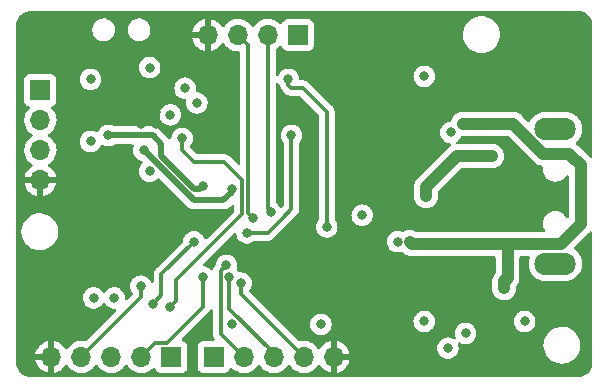
<source format=gbr>
%TF.GenerationSoftware,KiCad,Pcbnew,(6.0.6)*%
%TF.CreationDate,2022-08-05T13:26:10+02:00*%
%TF.ProjectId,stm32_basic,73746d33-325f-4626-9173-69632e6b6963,rev?*%
%TF.SameCoordinates,Original*%
%TF.FileFunction,Copper,L4,Bot*%
%TF.FilePolarity,Positive*%
%FSLAX46Y46*%
G04 Gerber Fmt 4.6, Leading zero omitted, Abs format (unit mm)*
G04 Created by KiCad (PCBNEW (6.0.6)) date 2022-08-05 13:26:10*
%MOMM*%
%LPD*%
G01*
G04 APERTURE LIST*
%TA.AperFunction,ComponentPad*%
%ADD10R,1.700000X1.700000*%
%TD*%
%TA.AperFunction,ComponentPad*%
%ADD11O,1.700000X1.700000*%
%TD*%
%TA.AperFunction,ComponentPad*%
%ADD12O,3.500000X1.900000*%
%TD*%
%TA.AperFunction,ViaPad*%
%ADD13C,0.800000*%
%TD*%
%TA.AperFunction,Conductor*%
%ADD14C,1.000000*%
%TD*%
%TA.AperFunction,Conductor*%
%ADD15C,0.300000*%
%TD*%
%TA.AperFunction,Conductor*%
%ADD16C,0.500000*%
%TD*%
G04 APERTURE END LIST*
D10*
%TO.P,J3,1,Pin_1*%
%TO.N,I2C1_SCL*%
X131750000Y-94220000D03*
D11*
%TO.P,J3,2,Pin_2*%
%TO.N,I2C1_SDA*%
X131750000Y-96760000D03*
%TO.P,J3,3,Pin_3*%
%TO.N,+3.3V*%
X131750000Y-99300000D03*
%TO.P,J3,4,Pin_4*%
%TO.N,GND*%
X131750000Y-101840000D03*
%TD*%
D12*
%TO.P,J1,5,Shield*%
%TO.N,Net-(J1-Pad5)*%
X175350000Y-108900000D03*
X175350000Y-97500000D03*
%TD*%
D10*
%TO.P,J6,1,Pin_1*%
%TO.N,+3.3V*%
X142825000Y-116800000D03*
D11*
%TO.P,J6,2,Pin_2*%
%TO.N,USART2_CK*%
X140285000Y-116800000D03*
%TO.P,J6,3,Pin_3*%
%TO.N,USART2_RX*%
X137745000Y-116800000D03*
%TO.P,J6,4,Pin_4*%
%TO.N,USART2_TX*%
X135205000Y-116800000D03*
%TO.P,J6,5,Pin_5*%
%TO.N,GND*%
X132665000Y-116800000D03*
%TD*%
D10*
%TO.P,J5,1,Pin_1*%
%TO.N,+3.3V*%
X146425000Y-116800000D03*
D11*
%TO.P,J5,2,Pin_2*%
%TO.N,SPI1_SCK*%
X148965000Y-116800000D03*
%TO.P,J5,3,Pin_3*%
%TO.N,SPI1_MISO*%
X151505000Y-116800000D03*
%TO.P,J5,4,Pin_4*%
%TO.N,SPI1_MOSI*%
X154045000Y-116800000D03*
%TO.P,J5,5,Pin_5*%
%TO.N,GND*%
X156585000Y-116800000D03*
%TD*%
D10*
%TO.P,J4,1,Pin_1*%
%TO.N,+3.3V*%
X153550000Y-89550000D03*
D11*
%TO.P,J4,2,Pin_2*%
%TO.N,UART1_RX*%
X151010000Y-89550000D03*
%TO.P,J4,3,Pin_3*%
%TO.N,UART1_TX*%
X148470000Y-89550000D03*
%TO.P,J4,4,Pin_4*%
%TO.N,GND*%
X145930000Y-89550000D03*
%TD*%
D13*
%TO.N,GND*%
X140250000Y-97050000D03*
X141500000Y-97050000D03*
X141500000Y-96050000D03*
X169462500Y-103200000D03*
X146750500Y-97800000D03*
X140250000Y-96050000D03*
%TO.N,BUCK_IN*%
X166500000Y-97800000D03*
X162000000Y-107050000D03*
X171000000Y-111000000D03*
X171300000Y-110100000D03*
X167500000Y-97050000D03*
X163000000Y-107050000D03*
%TO.N,+3.3V*%
X136000000Y-98550000D03*
X148000000Y-114050000D03*
X142750000Y-96300000D03*
X136250000Y-111800000D03*
X164250000Y-113800000D03*
X166250000Y-116050000D03*
X167750000Y-114800000D03*
X155500000Y-114050000D03*
X141000000Y-92300000D03*
X159000000Y-104800000D03*
X138000000Y-111800000D03*
X145000000Y-95300000D03*
X141000000Y-101075000D03*
X136000000Y-93300000D03*
X144000000Y-94050000D03*
X164250000Y-93050000D03*
X172750000Y-113800000D03*
%TO.N,NRST*%
X149250000Y-106300000D03*
X153000000Y-98050000D03*
%TO.N,+3.3VA*%
X142750000Y-112550000D03*
X143750000Y-98300500D03*
%TO.N,+5V*%
X169000000Y-99800000D03*
X170000000Y-99800000D03*
X164392866Y-103200000D03*
%TO.N,I2C1_SCL*%
X148000000Y-102550000D03*
X140500000Y-99300000D03*
%TO.N,I2C1_SDA*%
X145500000Y-102300000D03*
X137500000Y-98050000D03*
%TO.N,SPI1_SCK*%
X147500000Y-109050000D03*
%TO.N,SPI1_MISO*%
X147750000Y-110050000D03*
%TO.N,SPI1_MOSI*%
X148750000Y-110550000D03*
%TO.N,USART2_CK*%
X145500000Y-110050000D03*
%TO.N,USART2_TX*%
X140250000Y-110800000D03*
%TO.N,SWDIO*%
X152750000Y-93300000D03*
X156000000Y-105800000D03*
%TO.N,Temperature_ADC*%
X141250000Y-112300000D03*
X144750000Y-107050000D03*
%TO.N,UART1_TX*%
X149750000Y-105050000D03*
%TO.N,UART1_RX*%
X151250000Y-104550000D03*
%TD*%
D14*
%TO.N,BUCK_IN*%
X171300000Y-107500000D02*
X171550000Y-107250000D01*
X174316547Y-99599999D02*
X176500000Y-99599999D01*
X163200000Y-107250000D02*
X163000000Y-107050000D01*
X177500000Y-100550000D02*
X177500000Y-105550000D01*
X177500000Y-105550000D02*
X175800000Y-107250000D01*
X176700000Y-99750000D02*
X177500000Y-100550000D01*
X171000000Y-111000000D02*
X171000000Y-110400000D01*
X176650001Y-99750000D02*
X176700000Y-99750000D01*
X171550000Y-107250000D02*
X163200000Y-107250000D01*
X175800000Y-107250000D02*
X171550000Y-107250000D01*
X171766548Y-97050000D02*
X174316547Y-99599999D01*
X171300000Y-110100000D02*
X171300000Y-107500000D01*
X171000000Y-110400000D02*
X171300000Y-110100000D01*
X167500000Y-97050000D02*
X171766548Y-97050000D01*
X176500000Y-99599999D02*
X176650001Y-99750000D01*
D15*
%TO.N,NRST*%
X153000000Y-104300000D02*
X152250000Y-105050000D01*
X150000000Y-106300000D02*
X149250000Y-106300000D01*
X152250000Y-105050000D02*
X151000000Y-106300000D01*
X153000000Y-98050000D02*
X153000000Y-104300000D01*
X151000000Y-106300000D02*
X150000000Y-106300000D01*
%TO.N,+3.3VA*%
X148820000Y-101800000D02*
X147320000Y-100300000D01*
X144750000Y-100300000D02*
X143750000Y-99300000D01*
X142750000Y-112550000D02*
X143250000Y-112050000D01*
X143750000Y-99300000D02*
X143750000Y-98300500D01*
X143250000Y-112050000D02*
X143250000Y-110300000D01*
X148820000Y-104730000D02*
X148820000Y-101800000D01*
X143250000Y-110300000D02*
X148820000Y-104730000D01*
X147320000Y-100300000D02*
X144750000Y-100300000D01*
D14*
%TO.N,+5V*%
X164392866Y-102407134D02*
X167000000Y-99800000D01*
X167000000Y-99800000D02*
X169000000Y-99800000D01*
X169000000Y-99800000D02*
X170000000Y-99800000D01*
X164392866Y-103200000D02*
X164392866Y-102407134D01*
D16*
%TO.N,I2C1_SCL*%
X144750000Y-103550000D02*
X147250000Y-103550000D01*
X147250000Y-103550000D02*
X148000000Y-102800000D01*
X140500000Y-99300000D02*
X144750000Y-103550000D01*
%TO.N,I2C1_SDA*%
X142000000Y-98800000D02*
X142000000Y-99800000D01*
X141250000Y-98050000D02*
X142000000Y-98800000D01*
X145250000Y-102550000D02*
X144750000Y-102550000D01*
X137500000Y-98050000D02*
X141250000Y-98050000D01*
X145500000Y-102300000D02*
X145250000Y-102550000D01*
X142000000Y-99800000D02*
X144750000Y-102550000D01*
D15*
%TO.N,SPI1_SCK*%
X147000000Y-109550000D02*
X147000000Y-114835000D01*
X147500000Y-109050000D02*
X147000000Y-109550000D01*
X147000000Y-114835000D02*
X148965000Y-116800000D01*
%TO.N,SPI1_MISO*%
X147750000Y-110050000D02*
X147750000Y-112739339D01*
X151505000Y-116494339D02*
X151505000Y-116800000D01*
X147750000Y-112739339D02*
X151505000Y-116494339D01*
%TO.N,SPI1_MOSI*%
X148750000Y-111505000D02*
X154045000Y-116800000D01*
X148750000Y-110550000D02*
X148750000Y-111505000D01*
%TO.N,USART2_CK*%
X145500000Y-110050000D02*
X145500000Y-112550000D01*
X142450000Y-115600000D02*
X141485000Y-115600000D01*
X145500000Y-112550000D02*
X142450000Y-115600000D01*
X141485000Y-115600000D02*
X140285000Y-116800000D01*
%TO.N,USART2_TX*%
X140250000Y-111755000D02*
X135205000Y-116800000D01*
X140250000Y-110800000D02*
X140250000Y-111755000D01*
%TO.N,SWDIO*%
X154000000Y-94050000D02*
X153000000Y-94050000D01*
X153000000Y-94050000D02*
X152750000Y-93800000D01*
X154250000Y-94300000D02*
X154000000Y-94050000D01*
X152750000Y-93800000D02*
X152750000Y-93300000D01*
X156000000Y-96050000D02*
X154250000Y-94300000D01*
X156000000Y-105800000D02*
X156000000Y-96050000D01*
%TO.N,Temperature_ADC*%
X141500000Y-112050000D02*
X141250000Y-112300000D01*
X142000000Y-111550000D02*
X141500000Y-112050000D01*
X142000000Y-109800000D02*
X142000000Y-111550000D01*
X144750000Y-107050000D02*
X142000000Y-109800000D01*
%TO.N,UART1_TX*%
X148470000Y-89550000D02*
X149320000Y-90400000D01*
X149320000Y-90400000D02*
X149320000Y-104620000D01*
X149320000Y-104620000D02*
X149750000Y-105050000D01*
%TO.N,UART1_RX*%
X151010000Y-104310000D02*
X151250000Y-104550000D01*
X151010000Y-89550000D02*
X151010000Y-104310000D01*
%TD*%
%TA.AperFunction,Conductor*%
%TO.N,GND*%
G36*
X177270572Y-87508223D02*
G01*
X177293819Y-87511852D01*
X177307786Y-87510032D01*
X177334079Y-87509374D01*
X177382570Y-87513241D01*
X177475853Y-87520680D01*
X177495527Y-87523829D01*
X177607774Y-87551044D01*
X177657168Y-87563021D01*
X177676094Y-87569230D01*
X177829532Y-87633413D01*
X177847248Y-87642531D01*
X177988656Y-87730104D01*
X178004713Y-87741902D01*
X178130537Y-87850663D01*
X178144534Y-87864844D01*
X178251644Y-87992085D01*
X178263230Y-88008295D01*
X178348943Y-88150831D01*
X178357827Y-88168663D01*
X178416006Y-88313022D01*
X178419996Y-88322923D01*
X178425959Y-88341932D01*
X178431695Y-88367015D01*
X178463035Y-88504075D01*
X178465927Y-88523789D01*
X178474684Y-88655283D01*
X178474910Y-88658683D01*
X178474060Y-88675542D01*
X178474245Y-88675547D01*
X178474022Y-88684520D01*
X178472528Y-88693373D01*
X178476751Y-88729186D01*
X178477617Y-88743862D01*
X178482989Y-99794647D01*
X178482994Y-99804947D01*
X178463025Y-99873077D01*
X178409392Y-99919596D01*
X178339123Y-99929734D01*
X178274528Y-99900273D01*
X178258523Y-99883617D01*
X178255467Y-99879789D01*
X178255466Y-99879788D01*
X178253262Y-99877027D01*
X178250758Y-99874523D01*
X178250116Y-99873805D01*
X178246415Y-99869472D01*
X178219065Y-99835938D01*
X178183733Y-99806709D01*
X178174963Y-99798728D01*
X177456851Y-99080617D01*
X177447749Y-99070473D01*
X177427897Y-99045782D01*
X177424032Y-99040975D01*
X177385578Y-99008708D01*
X177381931Y-99005527D01*
X177380108Y-99003874D01*
X177377925Y-99001691D01*
X177344688Y-98974390D01*
X177343810Y-98973661D01*
X177272526Y-98913846D01*
X177267856Y-98911278D01*
X177263739Y-98907897D01*
X177221090Y-98885029D01*
X177199638Y-98870505D01*
X177185565Y-98858696D01*
X177181920Y-98855516D01*
X177180109Y-98853874D01*
X177177925Y-98851690D01*
X177144654Y-98824360D01*
X177143799Y-98823650D01*
X177107937Y-98793558D01*
X177068611Y-98734449D01*
X177067485Y-98663461D01*
X177104129Y-98603844D01*
X177216513Y-98501582D01*
X177216514Y-98501580D01*
X177220335Y-98498104D01*
X177223534Y-98494053D01*
X177223538Y-98494049D01*
X177365774Y-98313946D01*
X177368979Y-98309888D01*
X177484887Y-98099922D01*
X177544742Y-97930896D01*
X177563219Y-97878720D01*
X177563220Y-97878716D01*
X177564945Y-97873845D01*
X177566144Y-97867113D01*
X177606098Y-97642816D01*
X177606099Y-97642810D01*
X177607004Y-97637727D01*
X177608871Y-97484936D01*
X177609871Y-97403081D01*
X177609871Y-97403079D01*
X177609934Y-97397911D01*
X177573657Y-97160837D01*
X177499146Y-96932871D01*
X177407409Y-96756646D01*
X177390792Y-96724725D01*
X177390791Y-96724724D01*
X177388403Y-96720136D01*
X177365861Y-96690112D01*
X177247507Y-96532480D01*
X177247505Y-96532477D01*
X177244402Y-96528345D01*
X177071010Y-96362648D01*
X177046286Y-96345782D01*
X176877162Y-96230414D01*
X176877163Y-96230414D01*
X176872883Y-96227495D01*
X176734790Y-96163394D01*
X176660030Y-96128691D01*
X176660028Y-96128690D01*
X176655344Y-96126516D01*
X176424232Y-96062424D01*
X176320521Y-96051340D01*
X176231778Y-96041856D01*
X176231770Y-96041856D01*
X176228443Y-96041500D01*
X174489197Y-96041500D01*
X174486624Y-96041712D01*
X174486613Y-96041712D01*
X174316124Y-96055729D01*
X174316118Y-96055730D01*
X174310973Y-96056153D01*
X174206475Y-96082401D01*
X174083375Y-96113321D01*
X174083371Y-96113322D01*
X174078364Y-96114580D01*
X174073634Y-96116636D01*
X174073627Y-96116639D01*
X173863159Y-96208153D01*
X173863156Y-96208155D01*
X173858422Y-96210213D01*
X173854088Y-96213017D01*
X173854084Y-96213019D01*
X173661396Y-96337675D01*
X173661393Y-96337677D01*
X173657053Y-96340485D01*
X173653230Y-96343964D01*
X173653227Y-96343966D01*
X173485918Y-96496206D01*
X173479665Y-96501896D01*
X173476466Y-96505947D01*
X173476462Y-96505951D01*
X173369876Y-96640913D01*
X173331021Y-96690112D01*
X173328521Y-96694641D01*
X173234800Y-96864414D01*
X173184367Y-96914385D01*
X173114924Y-96929156D01*
X173048519Y-96904039D01*
X173035397Y-96892615D01*
X172523403Y-96380621D01*
X172514301Y-96370478D01*
X172494445Y-96345782D01*
X172490580Y-96340975D01*
X172452126Y-96308708D01*
X172448479Y-96305528D01*
X172446667Y-96303885D01*
X172444473Y-96301691D01*
X172411199Y-96274358D01*
X172410401Y-96273696D01*
X172339074Y-96213846D01*
X172334404Y-96211278D01*
X172330287Y-96207897D01*
X172272403Y-96176860D01*
X172248462Y-96164023D01*
X172247303Y-96163394D01*
X172171167Y-96121538D01*
X172171159Y-96121535D01*
X172165761Y-96118567D01*
X172160679Y-96116955D01*
X172155985Y-96114438D01*
X172067014Y-96087237D01*
X172065989Y-96086918D01*
X171977242Y-96058765D01*
X171971946Y-96058171D01*
X171966850Y-96056613D01*
X171874291Y-96047210D01*
X171873155Y-96047089D01*
X171839540Y-96043319D01*
X171826818Y-96041892D01*
X171826814Y-96041892D01*
X171823321Y-96041500D01*
X171819794Y-96041500D01*
X171818809Y-96041445D01*
X171813129Y-96040998D01*
X171783723Y-96038011D01*
X171776211Y-96037248D01*
X171776209Y-96037248D01*
X171770086Y-96036626D01*
X171727807Y-96040623D01*
X171724439Y-96040941D01*
X171712581Y-96041500D01*
X167450231Y-96041500D01*
X167447175Y-96041800D01*
X167447168Y-96041800D01*
X167391915Y-96047218D01*
X167303167Y-96055920D01*
X167297266Y-96057702D01*
X167297264Y-96057702D01*
X167277057Y-96063803D01*
X167113831Y-96113084D01*
X166939204Y-96205934D01*
X166915441Y-96225315D01*
X166790713Y-96327040D01*
X166790710Y-96327043D01*
X166785938Y-96330935D01*
X166782011Y-96335682D01*
X166782009Y-96335684D01*
X166663799Y-96478575D01*
X166663797Y-96478579D01*
X166659870Y-96483325D01*
X166565802Y-96657299D01*
X166520637Y-96803205D01*
X166481386Y-96862364D01*
X166413439Y-96891256D01*
X166411116Y-96891500D01*
X166404513Y-96891500D01*
X166398060Y-96892872D01*
X166398057Y-96892872D01*
X166345522Y-96904039D01*
X166217712Y-96931206D01*
X166211682Y-96933891D01*
X166211681Y-96933891D01*
X166049278Y-97006197D01*
X166049276Y-97006198D01*
X166043248Y-97008882D01*
X166037907Y-97012762D01*
X166037906Y-97012763D01*
X165996373Y-97042939D01*
X165888747Y-97121134D01*
X165884326Y-97126044D01*
X165884325Y-97126045D01*
X165766542Y-97256857D01*
X165760960Y-97263056D01*
X165743368Y-97293527D01*
X165677293Y-97407972D01*
X165665473Y-97428444D01*
X165606458Y-97610072D01*
X165605768Y-97616633D01*
X165605768Y-97616635D01*
X165598699Y-97683891D01*
X165586496Y-97800000D01*
X165587186Y-97806565D01*
X165604481Y-97971114D01*
X165606458Y-97989928D01*
X165665473Y-98171556D01*
X165760960Y-98336944D01*
X165765378Y-98341851D01*
X165765379Y-98341852D01*
X165810651Y-98392132D01*
X165888747Y-98478866D01*
X166043248Y-98591118D01*
X166049276Y-98593802D01*
X166049278Y-98593803D01*
X166210922Y-98665771D01*
X166217712Y-98668794D01*
X166404513Y-98708500D01*
X166411115Y-98708500D01*
X166411695Y-98708561D01*
X166477352Y-98735574D01*
X166517981Y-98793796D01*
X166520684Y-98864741D01*
X166484602Y-98925885D01*
X166456506Y-98945737D01*
X166453544Y-98947272D01*
X166453539Y-98947275D01*
X166448074Y-98950108D01*
X166443911Y-98953431D01*
X166439204Y-98955934D01*
X166367082Y-99014755D01*
X166366226Y-99015446D01*
X166327027Y-99046738D01*
X166324523Y-99049242D01*
X166323805Y-99049884D01*
X166319472Y-99053585D01*
X166285938Y-99080935D01*
X166282011Y-99085682D01*
X166282009Y-99085684D01*
X166256713Y-99116262D01*
X166248723Y-99125042D01*
X163723487Y-101650279D01*
X163713344Y-101659381D01*
X163683841Y-101683102D01*
X163679874Y-101687830D01*
X163651575Y-101721555D01*
X163648394Y-101725203D01*
X163646751Y-101727015D01*
X163644557Y-101729209D01*
X163617224Y-101762483D01*
X163616562Y-101763281D01*
X163556712Y-101834608D01*
X163554144Y-101839278D01*
X163550763Y-101843395D01*
X163532416Y-101877613D01*
X163506889Y-101925220D01*
X163506260Y-101926379D01*
X163464404Y-102002515D01*
X163464401Y-102002523D01*
X163461433Y-102007921D01*
X163459821Y-102013003D01*
X163457304Y-102017697D01*
X163430104Y-102106665D01*
X163429784Y-102107693D01*
X163401631Y-102196440D01*
X163401037Y-102201736D01*
X163399479Y-102206832D01*
X163395862Y-102242446D01*
X163390084Y-102299321D01*
X163389955Y-102300527D01*
X163384366Y-102350361D01*
X163384366Y-102353888D01*
X163384311Y-102354873D01*
X163383864Y-102360553D01*
X163379492Y-102403596D01*
X163380072Y-102409727D01*
X163383807Y-102449243D01*
X163384366Y-102461101D01*
X163384366Y-103249769D01*
X163384666Y-103252825D01*
X163384666Y-103252832D01*
X163385396Y-103260273D01*
X163398786Y-103396833D01*
X163455950Y-103586169D01*
X163548800Y-103760796D01*
X163619157Y-103847062D01*
X163669906Y-103909287D01*
X163669909Y-103909290D01*
X163673801Y-103914062D01*
X163678548Y-103917989D01*
X163678550Y-103917991D01*
X163821441Y-104036201D01*
X163821445Y-104036203D01*
X163826191Y-104040130D01*
X164000165Y-104134198D01*
X164189098Y-104192682D01*
X164195223Y-104193326D01*
X164195224Y-104193326D01*
X164379662Y-104212711D01*
X164379664Y-104212711D01*
X164385791Y-104213355D01*
X164468290Y-104205847D01*
X164576615Y-104195989D01*
X164576618Y-104195988D01*
X164582754Y-104195430D01*
X164588660Y-104193692D01*
X164588664Y-104193691D01*
X164708746Y-104158349D01*
X164772485Y-104139590D01*
X164777943Y-104136737D01*
X164777947Y-104136735D01*
X164904033Y-104070818D01*
X164947756Y-104047960D01*
X165101891Y-103924032D01*
X165229020Y-103772526D01*
X165231987Y-103767128D01*
X165231991Y-103767123D01*
X165321333Y-103604608D01*
X165324299Y-103599213D01*
X165326712Y-103591608D01*
X165382239Y-103416564D01*
X165382239Y-103416563D01*
X165384101Y-103410694D01*
X165401366Y-103256773D01*
X165401366Y-102877059D01*
X165421368Y-102808938D01*
X165438271Y-102787964D01*
X167380829Y-100845405D01*
X167443141Y-100811380D01*
X167469924Y-100808500D01*
X170049769Y-100808500D01*
X170052825Y-100808200D01*
X170052832Y-100808200D01*
X170111340Y-100802463D01*
X170196833Y-100794080D01*
X170202734Y-100792298D01*
X170202736Y-100792298D01*
X170276053Y-100770162D01*
X170386169Y-100736916D01*
X170560796Y-100644066D01*
X170647062Y-100573709D01*
X170709287Y-100522960D01*
X170709290Y-100522957D01*
X170714062Y-100519065D01*
X170728779Y-100501275D01*
X170836201Y-100371425D01*
X170836203Y-100371421D01*
X170840130Y-100366675D01*
X170934198Y-100192701D01*
X170992682Y-100003768D01*
X170995299Y-99978866D01*
X171012711Y-99813204D01*
X171012711Y-99813202D01*
X171013355Y-99807075D01*
X170999551Y-99655394D01*
X170995989Y-99616251D01*
X170995988Y-99616248D01*
X170995430Y-99610112D01*
X170989686Y-99590593D01*
X170952741Y-99465064D01*
X170939590Y-99420381D01*
X170934919Y-99411445D01*
X170876656Y-99300000D01*
X170847960Y-99245110D01*
X170724032Y-99090975D01*
X170717727Y-99085684D01*
X170674851Y-99049707D01*
X170572526Y-98963846D01*
X170567128Y-98960879D01*
X170567123Y-98960875D01*
X170404608Y-98871533D01*
X170404609Y-98871533D01*
X170399213Y-98868567D01*
X170393346Y-98866706D01*
X170393344Y-98866705D01*
X170216564Y-98810627D01*
X170216563Y-98810627D01*
X170210694Y-98808765D01*
X170056773Y-98791500D01*
X167068738Y-98791500D01*
X167000617Y-98771498D01*
X166954124Y-98717842D01*
X166944020Y-98647568D01*
X166973514Y-98582988D01*
X166994677Y-98563564D01*
X167104372Y-98483865D01*
X167111253Y-98478866D01*
X167189349Y-98392132D01*
X167234621Y-98341852D01*
X167234622Y-98341851D01*
X167239040Y-98336944D01*
X167334527Y-98171556D01*
X167342973Y-98145562D01*
X167383048Y-98086957D01*
X167448445Y-98059321D01*
X167462806Y-98058500D01*
X171296623Y-98058500D01*
X171364744Y-98078502D01*
X171385718Y-98095405D01*
X173559692Y-100269378D01*
X173568794Y-100279521D01*
X173592515Y-100309024D01*
X173597243Y-100312991D01*
X173630968Y-100341290D01*
X173634616Y-100344471D01*
X173636428Y-100346114D01*
X173638622Y-100348308D01*
X173671896Y-100375641D01*
X173672694Y-100376303D01*
X173744021Y-100436153D01*
X173748691Y-100438721D01*
X173752808Y-100442102D01*
X173803406Y-100469232D01*
X173834633Y-100485976D01*
X173835792Y-100486605D01*
X173911928Y-100528461D01*
X173911936Y-100528464D01*
X173917334Y-100531432D01*
X173922416Y-100533044D01*
X173927110Y-100535561D01*
X174016078Y-100562761D01*
X174017106Y-100563081D01*
X174105853Y-100591234D01*
X174111149Y-100591828D01*
X174116245Y-100593386D01*
X174186086Y-100600481D01*
X174189928Y-100600871D01*
X174255679Y-100627655D01*
X174296511Y-100685735D01*
X174302504Y-100739394D01*
X174286404Y-100892575D01*
X174291069Y-100943837D01*
X174303604Y-101081565D01*
X174305218Y-101099303D01*
X174306956Y-101105209D01*
X174306957Y-101105213D01*
X174326503Y-101171623D01*
X174363827Y-101298440D01*
X174459999Y-101482400D01*
X174463859Y-101487200D01*
X174463859Y-101487201D01*
X174484411Y-101512762D01*
X174590071Y-101644177D01*
X174594788Y-101648135D01*
X174594790Y-101648137D01*
X174663407Y-101705713D01*
X174749089Y-101777609D01*
X174754481Y-101780573D01*
X174754485Y-101780576D01*
X174868753Y-101843395D01*
X174930995Y-101877613D01*
X175128861Y-101940379D01*
X175134978Y-101941065D01*
X175134982Y-101941066D01*
X175211598Y-101949659D01*
X175290413Y-101958500D01*
X175402237Y-101958500D01*
X175405293Y-101958200D01*
X175405300Y-101958200D01*
X175550466Y-101943966D01*
X175550469Y-101943965D01*
X175556592Y-101943365D01*
X175688546Y-101903526D01*
X175749407Y-101885152D01*
X175749410Y-101885151D01*
X175755315Y-101883368D01*
X175762635Y-101879476D01*
X175933153Y-101788809D01*
X175933155Y-101788808D01*
X175938599Y-101785913D01*
X176058861Y-101687830D01*
X176094689Y-101658610D01*
X176094692Y-101658607D01*
X176099464Y-101654715D01*
X176129010Y-101619001D01*
X176227855Y-101499518D01*
X176231783Y-101494770D01*
X176238472Y-101482400D01*
X176254664Y-101452452D01*
X176304658Y-101402043D01*
X176373970Y-101386665D01*
X176440592Y-101411201D01*
X176483373Y-101467860D01*
X176491500Y-101512380D01*
X176491500Y-104885693D01*
X176471498Y-104953814D01*
X176417842Y-105000307D01*
X176347568Y-105010411D01*
X176282988Y-104980917D01*
X176253838Y-104944068D01*
X176242855Y-104923060D01*
X176240001Y-104917600D01*
X176109929Y-104755823D01*
X176097371Y-104745285D01*
X175955629Y-104626350D01*
X175950911Y-104622391D01*
X175945519Y-104619427D01*
X175945515Y-104619424D01*
X175774402Y-104525354D01*
X175769005Y-104522387D01*
X175571139Y-104459621D01*
X175565022Y-104458935D01*
X175565018Y-104458934D01*
X175488402Y-104450341D01*
X175409587Y-104441500D01*
X175297763Y-104441500D01*
X175294707Y-104441800D01*
X175294700Y-104441800D01*
X175149534Y-104456034D01*
X175149531Y-104456035D01*
X175143408Y-104456635D01*
X175048871Y-104485177D01*
X174950593Y-104514848D01*
X174950590Y-104514849D01*
X174944685Y-104516632D01*
X174939240Y-104519527D01*
X174939238Y-104519528D01*
X174766847Y-104611191D01*
X174766845Y-104611192D01*
X174761401Y-104614087D01*
X174709345Y-104656543D01*
X174605311Y-104741390D01*
X174605308Y-104741393D01*
X174600536Y-104745285D01*
X174596608Y-104750033D01*
X174596607Y-104750034D01*
X174535702Y-104823655D01*
X174468217Y-104905230D01*
X174465288Y-104910647D01*
X174465286Y-104910650D01*
X174372416Y-105082410D01*
X174372414Y-105082415D01*
X174369486Y-105087830D01*
X174308102Y-105286129D01*
X174307458Y-105292254D01*
X174307458Y-105292255D01*
X174302323Y-105341118D01*
X174286404Y-105492575D01*
X174286963Y-105498715D01*
X174301628Y-105659852D01*
X174305218Y-105699303D01*
X174306956Y-105705209D01*
X174306957Y-105705213D01*
X174336787Y-105806565D01*
X174363827Y-105898440D01*
X174446787Y-106057127D01*
X174460620Y-106126760D01*
X174434610Y-106192821D01*
X174377014Y-106234333D01*
X174335124Y-106241500D01*
X171611840Y-106241500D01*
X171598232Y-106240763D01*
X171566736Y-106237341D01*
X171566732Y-106237341D01*
X171560611Y-106236676D01*
X171513895Y-106240763D01*
X171510946Y-106241021D01*
X171499965Y-106241500D01*
X163649762Y-106241500D01*
X163581641Y-106221498D01*
X163569787Y-106212865D01*
X163568502Y-106211809D01*
X163568500Y-106211807D01*
X163563739Y-106207897D01*
X163412418Y-106126760D01*
X163394870Y-106117351D01*
X163394869Y-106117351D01*
X163389437Y-106114438D01*
X163280781Y-106081218D01*
X163206200Y-106058416D01*
X163206198Y-106058416D01*
X163200302Y-106056613D01*
X163142449Y-106050736D01*
X163009666Y-106037248D01*
X163009661Y-106037248D01*
X163003538Y-106036626D01*
X162879475Y-106048354D01*
X162812771Y-106054659D01*
X162812769Y-106054659D01*
X162806638Y-106055239D01*
X162715527Y-106082400D01*
X162623007Y-106109981D01*
X162623005Y-106109982D01*
X162617104Y-106111741D01*
X162611655Y-106114614D01*
X162446504Y-106201688D01*
X162376917Y-106215765D01*
X162336491Y-106205338D01*
X162288323Y-106183892D01*
X162288315Y-106183889D01*
X162282288Y-106181206D01*
X162188887Y-106161353D01*
X162101944Y-106142872D01*
X162101939Y-106142872D01*
X162095487Y-106141500D01*
X161904513Y-106141500D01*
X161898061Y-106142872D01*
X161898056Y-106142872D01*
X161811113Y-106161353D01*
X161717712Y-106181206D01*
X161711682Y-106183891D01*
X161711681Y-106183891D01*
X161549278Y-106256197D01*
X161549276Y-106256198D01*
X161543248Y-106258882D01*
X161388747Y-106371134D01*
X161384326Y-106376044D01*
X161384325Y-106376045D01*
X161281785Y-106489928D01*
X161260960Y-106513056D01*
X161215891Y-106591118D01*
X161172595Y-106666109D01*
X161165473Y-106678444D01*
X161106458Y-106860072D01*
X161105768Y-106866633D01*
X161105768Y-106866635D01*
X161094222Y-106976495D01*
X161086496Y-107050000D01*
X161087186Y-107056565D01*
X161103011Y-107207128D01*
X161106458Y-107239928D01*
X161165473Y-107421556D01*
X161260960Y-107586944D01*
X161265378Y-107591851D01*
X161265379Y-107591852D01*
X161297472Y-107627495D01*
X161388747Y-107728866D01*
X161543248Y-107841118D01*
X161549276Y-107843802D01*
X161549278Y-107843803D01*
X161687552Y-107905366D01*
X161717712Y-107918794D01*
X161811113Y-107938647D01*
X161898056Y-107957128D01*
X161898061Y-107957128D01*
X161904513Y-107958500D01*
X162095487Y-107958500D01*
X162101939Y-107957128D01*
X162101944Y-107957128D01*
X162256803Y-107924211D01*
X162282288Y-107918794D01*
X162288328Y-107916105D01*
X162312450Y-107905366D01*
X162382817Y-107895932D01*
X162447114Y-107926040D01*
X162461892Y-107941519D01*
X162472100Y-107954215D01*
X162472104Y-107954219D01*
X162475968Y-107959025D01*
X162480696Y-107962992D01*
X162514421Y-107991291D01*
X162518069Y-107994472D01*
X162519881Y-107996115D01*
X162522075Y-107998309D01*
X162555349Y-108025642D01*
X162556147Y-108026304D01*
X162627474Y-108086154D01*
X162632144Y-108088722D01*
X162636261Y-108092103D01*
X162718120Y-108135995D01*
X162719280Y-108136624D01*
X162795389Y-108178466D01*
X162795394Y-108178468D01*
X162800787Y-108181433D01*
X162805865Y-108183044D01*
X162810563Y-108185563D01*
X162899498Y-108212753D01*
X162900702Y-108213128D01*
X162989306Y-108241235D01*
X162994597Y-108241828D01*
X162999698Y-108243388D01*
X163092311Y-108252795D01*
X163093431Y-108252915D01*
X163143227Y-108258500D01*
X163146756Y-108258500D01*
X163147739Y-108258555D01*
X163153426Y-108259003D01*
X163173683Y-108261060D01*
X163190336Y-108262752D01*
X163190339Y-108262752D01*
X163196463Y-108263374D01*
X163242112Y-108259059D01*
X163253969Y-108258500D01*
X170165500Y-108258500D01*
X170233621Y-108278502D01*
X170280114Y-108332158D01*
X170291500Y-108384500D01*
X170291500Y-109629483D01*
X170271498Y-109697604D01*
X170262028Y-109710466D01*
X170258686Y-109714448D01*
X170255528Y-109718069D01*
X170253885Y-109719881D01*
X170251691Y-109722075D01*
X170224358Y-109755349D01*
X170223696Y-109756147D01*
X170163846Y-109827474D01*
X170161278Y-109832144D01*
X170157897Y-109836261D01*
X170138919Y-109871655D01*
X170114023Y-109918086D01*
X170113394Y-109919245D01*
X170071538Y-109995381D01*
X170071535Y-109995389D01*
X170068567Y-110000787D01*
X170066955Y-110005869D01*
X170064438Y-110010563D01*
X170037238Y-110099531D01*
X170036918Y-110100559D01*
X170008765Y-110189306D01*
X170008171Y-110194602D01*
X170006613Y-110199698D01*
X169997778Y-110286679D01*
X169997218Y-110292187D01*
X169997089Y-110293393D01*
X169991500Y-110343227D01*
X169991500Y-110346754D01*
X169991445Y-110347739D01*
X169990998Y-110353419D01*
X169986626Y-110396462D01*
X169987206Y-110402593D01*
X169990941Y-110442109D01*
X169991500Y-110453967D01*
X169991500Y-111049769D01*
X169991800Y-111052825D01*
X169991800Y-111052832D01*
X169992530Y-111060273D01*
X170005920Y-111196833D01*
X170063084Y-111386169D01*
X170155934Y-111560796D01*
X170226291Y-111647062D01*
X170277040Y-111709287D01*
X170277043Y-111709290D01*
X170280935Y-111714062D01*
X170285682Y-111717989D01*
X170285684Y-111717991D01*
X170428575Y-111836201D01*
X170428579Y-111836203D01*
X170433325Y-111840130D01*
X170607299Y-111934198D01*
X170796232Y-111992682D01*
X170802357Y-111993326D01*
X170802358Y-111993326D01*
X170986796Y-112012711D01*
X170986798Y-112012711D01*
X170992925Y-112013355D01*
X171075424Y-112005847D01*
X171183749Y-111995989D01*
X171183752Y-111995988D01*
X171189888Y-111995430D01*
X171195794Y-111993692D01*
X171195798Y-111993691D01*
X171341027Y-111950948D01*
X171379619Y-111939590D01*
X171385077Y-111936737D01*
X171385081Y-111936735D01*
X171511123Y-111870841D01*
X171554890Y-111847960D01*
X171709025Y-111724032D01*
X171836154Y-111572526D01*
X171839121Y-111567128D01*
X171839125Y-111567123D01*
X171928467Y-111404608D01*
X171931433Y-111399213D01*
X171933846Y-111391608D01*
X171989373Y-111216564D01*
X171989373Y-111216563D01*
X171991235Y-111210694D01*
X172008500Y-111056773D01*
X172008500Y-110870517D01*
X172028502Y-110802396D01*
X172037972Y-110789534D01*
X172041314Y-110785552D01*
X172044472Y-110781931D01*
X172046115Y-110780119D01*
X172048309Y-110777925D01*
X172075642Y-110744651D01*
X172076348Y-110743800D01*
X172092326Y-110724759D01*
X172136154Y-110672526D01*
X172138722Y-110667856D01*
X172142103Y-110663739D01*
X172185977Y-110581914D01*
X172186606Y-110580755D01*
X172228462Y-110504619D01*
X172228465Y-110504611D01*
X172231433Y-110499213D01*
X172233045Y-110494131D01*
X172235562Y-110489437D01*
X172262762Y-110400469D01*
X172263108Y-110399358D01*
X172276070Y-110358500D01*
X172291235Y-110310694D01*
X172291829Y-110305398D01*
X172293387Y-110300302D01*
X172302790Y-110207743D01*
X172302911Y-110206607D01*
X172308500Y-110156773D01*
X172308500Y-110153246D01*
X172308555Y-110152261D01*
X172309002Y-110146581D01*
X172313374Y-110103538D01*
X172309059Y-110057891D01*
X172308500Y-110046033D01*
X172308500Y-108384500D01*
X172328502Y-108316379D01*
X172382158Y-108269886D01*
X172434500Y-108258500D01*
X173051550Y-108258500D01*
X173119671Y-108278502D01*
X173166164Y-108332158D01*
X173176268Y-108402432D01*
X173170323Y-108426559D01*
X173136782Y-108521276D01*
X173136780Y-108521284D01*
X173135055Y-108526155D01*
X173134148Y-108531248D01*
X173134147Y-108531251D01*
X173106809Y-108684729D01*
X173092996Y-108762273D01*
X173090066Y-109002089D01*
X173126343Y-109239163D01*
X173200854Y-109467129D01*
X173203244Y-109471720D01*
X173300626Y-109658788D01*
X173311597Y-109679864D01*
X173314700Y-109683997D01*
X173314702Y-109684000D01*
X173429575Y-109836996D01*
X173455598Y-109871655D01*
X173476365Y-109891500D01*
X173607124Y-110016456D01*
X173628990Y-110037352D01*
X173827117Y-110172505D01*
X173885699Y-110199698D01*
X174011618Y-110258148D01*
X174044656Y-110273484D01*
X174275768Y-110337576D01*
X174370865Y-110347739D01*
X174468222Y-110358144D01*
X174468230Y-110358144D01*
X174471557Y-110358500D01*
X176210803Y-110358500D01*
X176213376Y-110358288D01*
X176213387Y-110358288D01*
X176383876Y-110344271D01*
X176383882Y-110344270D01*
X176389027Y-110343847D01*
X176517134Y-110311669D01*
X176616625Y-110286679D01*
X176616629Y-110286678D01*
X176621636Y-110285420D01*
X176626366Y-110283364D01*
X176626373Y-110283361D01*
X176836841Y-110191847D01*
X176836844Y-110191845D01*
X176841578Y-110189787D01*
X176845912Y-110186983D01*
X176845916Y-110186981D01*
X177038604Y-110062325D01*
X177038607Y-110062323D01*
X177042947Y-110059515D01*
X177057764Y-110046033D01*
X177216513Y-109901582D01*
X177216514Y-109901580D01*
X177220335Y-109898104D01*
X177223534Y-109894053D01*
X177223538Y-109894049D01*
X177365774Y-109713946D01*
X177368979Y-109709888D01*
X177484887Y-109499922D01*
X177537005Y-109352746D01*
X177563219Y-109278720D01*
X177563220Y-109278716D01*
X177564945Y-109273845D01*
X177566919Y-109262763D01*
X177606098Y-109042816D01*
X177606099Y-109042810D01*
X177607004Y-109037727D01*
X177609934Y-108797911D01*
X177573657Y-108560837D01*
X177499146Y-108332871D01*
X177421151Y-108183044D01*
X177390792Y-108124725D01*
X177390791Y-108124724D01*
X177388403Y-108120136D01*
X177367356Y-108092103D01*
X177247507Y-107932480D01*
X177247505Y-107932477D01*
X177244402Y-107928345D01*
X177071010Y-107762648D01*
X177064836Y-107758436D01*
X176984128Y-107703381D01*
X176939125Y-107648470D01*
X176930954Y-107577945D01*
X176966037Y-107510198D01*
X178169379Y-106306855D01*
X178179522Y-106297753D01*
X178204218Y-106277897D01*
X178209025Y-106274032D01*
X178241292Y-106235578D01*
X178244472Y-106231931D01*
X178246114Y-106230120D01*
X178248309Y-106227925D01*
X178262784Y-106210303D01*
X178321478Y-106170361D01*
X178392450Y-106168491D01*
X178453166Y-106205289D01*
X178484349Y-106269071D01*
X178486147Y-106290219D01*
X178491476Y-117250595D01*
X178489968Y-117270092D01*
X178486312Y-117293511D01*
X178488132Y-117307477D01*
X178488790Y-117333773D01*
X178477485Y-117475552D01*
X178474336Y-117495226D01*
X178435145Y-117656869D01*
X178428934Y-117675801D01*
X178364750Y-117829248D01*
X178355634Y-117846960D01*
X178268064Y-117988371D01*
X178256267Y-118004428D01*
X178147499Y-118130266D01*
X178133322Y-118144260D01*
X178006073Y-118251382D01*
X177989870Y-118262963D01*
X177847326Y-118348685D01*
X177829493Y-118357571D01*
X177675227Y-118419747D01*
X177656217Y-118425711D01*
X177494064Y-118462794D01*
X177474364Y-118465684D01*
X177376340Y-118472215D01*
X177339790Y-118474650D01*
X177322599Y-118473785D01*
X177322595Y-118473931D01*
X177313623Y-118473708D01*
X177304772Y-118472215D01*
X177268969Y-118476438D01*
X177254288Y-118477304D01*
X149261552Y-118490696D01*
X130935194Y-118499463D01*
X130915699Y-118497955D01*
X130901150Y-118495684D01*
X130892279Y-118494299D01*
X130878312Y-118496119D01*
X130852019Y-118496777D01*
X130805654Y-118493080D01*
X130710241Y-118485471D01*
X130690567Y-118482322D01*
X130528926Y-118443130D01*
X130509994Y-118436919D01*
X130433271Y-118404827D01*
X130356546Y-118372734D01*
X130338831Y-118363616D01*
X130323036Y-118353834D01*
X130278090Y-118326000D01*
X130197428Y-118276047D01*
X130181371Y-118264250D01*
X130055541Y-118155487D01*
X130041544Y-118141307D01*
X129934425Y-118014059D01*
X129922843Y-117997856D01*
X129837119Y-117855309D01*
X129828237Y-117837482D01*
X129825424Y-117830501D01*
X129766062Y-117683212D01*
X129760099Y-117664201D01*
X129723020Y-117502062D01*
X129720128Y-117482349D01*
X129711155Y-117347669D01*
X129712014Y-117330592D01*
X129711855Y-117330588D01*
X129712078Y-117321613D01*
X129713571Y-117312763D01*
X129712520Y-117303848D01*
X129709366Y-117277102D01*
X129708499Y-117262354D01*
X129708486Y-117067966D01*
X131333257Y-117067966D01*
X131363565Y-117202446D01*
X131366645Y-117212275D01*
X131446770Y-117409603D01*
X131451413Y-117418794D01*
X131562694Y-117600388D01*
X131568777Y-117608699D01*
X131708213Y-117769667D01*
X131715580Y-117776883D01*
X131879434Y-117912916D01*
X131887881Y-117918831D01*
X132071756Y-118026279D01*
X132081042Y-118030729D01*
X132280001Y-118106703D01*
X132289899Y-118109579D01*
X132393250Y-118130606D01*
X132407299Y-118129410D01*
X132411000Y-118119065D01*
X132411000Y-118118517D01*
X132919000Y-118118517D01*
X132923064Y-118132359D01*
X132936478Y-118134393D01*
X132943184Y-118133534D01*
X132953262Y-118131392D01*
X133157255Y-118070191D01*
X133166842Y-118066433D01*
X133358095Y-117972739D01*
X133366945Y-117967464D01*
X133540328Y-117843792D01*
X133548200Y-117837139D01*
X133699052Y-117686812D01*
X133705730Y-117678965D01*
X133833022Y-117501819D01*
X133834279Y-117502722D01*
X133881373Y-117459362D01*
X133951311Y-117447145D01*
X134016751Y-117474678D01*
X134044579Y-117506511D01*
X134104987Y-117605088D01*
X134251250Y-117773938D01*
X134423126Y-117916632D01*
X134616000Y-118029338D01*
X134824692Y-118109030D01*
X134829760Y-118110061D01*
X134829763Y-118110062D01*
X134924862Y-118129410D01*
X135043597Y-118153567D01*
X135048772Y-118153757D01*
X135048774Y-118153757D01*
X135261673Y-118161564D01*
X135261677Y-118161564D01*
X135266837Y-118161753D01*
X135271957Y-118161097D01*
X135271959Y-118161097D01*
X135483288Y-118134025D01*
X135483289Y-118134025D01*
X135488416Y-118133368D01*
X135493366Y-118131883D01*
X135697429Y-118070661D01*
X135697434Y-118070659D01*
X135702384Y-118069174D01*
X135902994Y-117970896D01*
X136084860Y-117841173D01*
X136095570Y-117830501D01*
X136185268Y-117741115D01*
X136243096Y-117683489D01*
X136248621Y-117675801D01*
X136373453Y-117502077D01*
X136374776Y-117503028D01*
X136421645Y-117459857D01*
X136491580Y-117447625D01*
X136557026Y-117475144D01*
X136584875Y-117506994D01*
X136644987Y-117605088D01*
X136791250Y-117773938D01*
X136963126Y-117916632D01*
X137156000Y-118029338D01*
X137364692Y-118109030D01*
X137369760Y-118110061D01*
X137369763Y-118110062D01*
X137464862Y-118129410D01*
X137583597Y-118153567D01*
X137588772Y-118153757D01*
X137588774Y-118153757D01*
X137801673Y-118161564D01*
X137801677Y-118161564D01*
X137806837Y-118161753D01*
X137811957Y-118161097D01*
X137811959Y-118161097D01*
X138023288Y-118134025D01*
X138023289Y-118134025D01*
X138028416Y-118133368D01*
X138033366Y-118131883D01*
X138237429Y-118070661D01*
X138237434Y-118070659D01*
X138242384Y-118069174D01*
X138442994Y-117970896D01*
X138624860Y-117841173D01*
X138635570Y-117830501D01*
X138725268Y-117741115D01*
X138783096Y-117683489D01*
X138788621Y-117675801D01*
X138913453Y-117502077D01*
X138914776Y-117503028D01*
X138961645Y-117459857D01*
X139031580Y-117447625D01*
X139097026Y-117475144D01*
X139124875Y-117506994D01*
X139184987Y-117605088D01*
X139331250Y-117773938D01*
X139503126Y-117916632D01*
X139696000Y-118029338D01*
X139904692Y-118109030D01*
X139909760Y-118110061D01*
X139909763Y-118110062D01*
X140004862Y-118129410D01*
X140123597Y-118153567D01*
X140128772Y-118153757D01*
X140128774Y-118153757D01*
X140341673Y-118161564D01*
X140341677Y-118161564D01*
X140346837Y-118161753D01*
X140351957Y-118161097D01*
X140351959Y-118161097D01*
X140563288Y-118134025D01*
X140563289Y-118134025D01*
X140568416Y-118133368D01*
X140573366Y-118131883D01*
X140777429Y-118070661D01*
X140777434Y-118070659D01*
X140782384Y-118069174D01*
X140982994Y-117970896D01*
X141164860Y-117841173D01*
X141273091Y-117733319D01*
X141335462Y-117699404D01*
X141406268Y-117704592D01*
X141463030Y-117747238D01*
X141480012Y-117778341D01*
X141503567Y-117841173D01*
X141524385Y-117896705D01*
X141611739Y-118013261D01*
X141728295Y-118100615D01*
X141864684Y-118151745D01*
X141926866Y-118158500D01*
X143723134Y-118158500D01*
X143785316Y-118151745D01*
X143921705Y-118100615D01*
X144038261Y-118013261D01*
X144125615Y-117896705D01*
X144176745Y-117760316D01*
X144183500Y-117698134D01*
X144183500Y-115901866D01*
X144176745Y-115839684D01*
X144125615Y-115703295D01*
X144038261Y-115586739D01*
X143921705Y-115499385D01*
X143785316Y-115448255D01*
X143786522Y-115445038D01*
X143738415Y-115417526D01*
X143705624Y-115354555D01*
X143712082Y-115283853D01*
X143740153Y-115241107D01*
X145907600Y-113073659D01*
X145916381Y-113065669D01*
X145916390Y-113065661D01*
X145923080Y-113061416D01*
X145971621Y-113009725D01*
X145974375Y-113006884D01*
X145994926Y-112986333D01*
X145997638Y-112982837D01*
X146005349Y-112973808D01*
X146031544Y-112945913D01*
X146036972Y-112940133D01*
X146042634Y-112929834D01*
X146047301Y-112921345D01*
X146058158Y-112904816D01*
X146066447Y-112894131D01*
X146066448Y-112894129D01*
X146071304Y-112887869D01*
X146089657Y-112845456D01*
X146094864Y-112834827D01*
X146105088Y-112816230D01*
X146155433Y-112766174D01*
X146224850Y-112751282D01*
X146291298Y-112776284D01*
X146333682Y-112833242D01*
X146341500Y-112876935D01*
X146341500Y-114752944D01*
X146340941Y-114764800D01*
X146339212Y-114772537D01*
X146339461Y-114780459D01*
X146341438Y-114843369D01*
X146341500Y-114847327D01*
X146341500Y-114876432D01*
X146342056Y-114880832D01*
X146342988Y-114892664D01*
X146344438Y-114938831D01*
X146350153Y-114958500D01*
X146350419Y-114959416D01*
X146354430Y-114978782D01*
X146357118Y-115000064D01*
X146360034Y-115007429D01*
X146360035Y-115007433D01*
X146374126Y-115043021D01*
X146377965Y-115054231D01*
X146390855Y-115098600D01*
X146401775Y-115117065D01*
X146410466Y-115134805D01*
X146418365Y-115154756D01*
X146426005Y-115165271D01*
X146445516Y-115192126D01*
X146452033Y-115202048D01*
X146469925Y-115232300D01*
X146475262Y-115241324D01*
X146475263Y-115241328D01*
X146475547Y-115241808D01*
X146475470Y-115241854D01*
X146500011Y-115304360D01*
X146486110Y-115373982D01*
X146436775Y-115425037D01*
X146374504Y-115441500D01*
X145526866Y-115441500D01*
X145464684Y-115448255D01*
X145328295Y-115499385D01*
X145211739Y-115586739D01*
X145124385Y-115703295D01*
X145073255Y-115839684D01*
X145066500Y-115901866D01*
X145066500Y-117698134D01*
X145073255Y-117760316D01*
X145124385Y-117896705D01*
X145211739Y-118013261D01*
X145328295Y-118100615D01*
X145464684Y-118151745D01*
X145526866Y-118158500D01*
X147323134Y-118158500D01*
X147385316Y-118151745D01*
X147521705Y-118100615D01*
X147638261Y-118013261D01*
X147725615Y-117896705D01*
X147746433Y-117841173D01*
X147769598Y-117779382D01*
X147812240Y-117722618D01*
X147878802Y-117697918D01*
X147948150Y-117713126D01*
X147982817Y-117741114D01*
X148011250Y-117773938D01*
X148183126Y-117916632D01*
X148376000Y-118029338D01*
X148584692Y-118109030D01*
X148589760Y-118110061D01*
X148589763Y-118110062D01*
X148684862Y-118129410D01*
X148803597Y-118153567D01*
X148808772Y-118153757D01*
X148808774Y-118153757D01*
X149021673Y-118161564D01*
X149021677Y-118161564D01*
X149026837Y-118161753D01*
X149031957Y-118161097D01*
X149031959Y-118161097D01*
X149243288Y-118134025D01*
X149243289Y-118134025D01*
X149248416Y-118133368D01*
X149253366Y-118131883D01*
X149457429Y-118070661D01*
X149457434Y-118070659D01*
X149462384Y-118069174D01*
X149662994Y-117970896D01*
X149844860Y-117841173D01*
X149855570Y-117830501D01*
X149945268Y-117741115D01*
X150003096Y-117683489D01*
X150008621Y-117675801D01*
X150133453Y-117502077D01*
X150134776Y-117503028D01*
X150181645Y-117459857D01*
X150251580Y-117447625D01*
X150317026Y-117475144D01*
X150344875Y-117506994D01*
X150404987Y-117605088D01*
X150551250Y-117773938D01*
X150723126Y-117916632D01*
X150916000Y-118029338D01*
X151124692Y-118109030D01*
X151129760Y-118110061D01*
X151129763Y-118110062D01*
X151224862Y-118129410D01*
X151343597Y-118153567D01*
X151348772Y-118153757D01*
X151348774Y-118153757D01*
X151561673Y-118161564D01*
X151561677Y-118161564D01*
X151566837Y-118161753D01*
X151571957Y-118161097D01*
X151571959Y-118161097D01*
X151783288Y-118134025D01*
X151783289Y-118134025D01*
X151788416Y-118133368D01*
X151793366Y-118131883D01*
X151997429Y-118070661D01*
X151997434Y-118070659D01*
X152002384Y-118069174D01*
X152202994Y-117970896D01*
X152384860Y-117841173D01*
X152395570Y-117830501D01*
X152485268Y-117741115D01*
X152543096Y-117683489D01*
X152548621Y-117675801D01*
X152673453Y-117502077D01*
X152674776Y-117503028D01*
X152721645Y-117459857D01*
X152791580Y-117447625D01*
X152857026Y-117475144D01*
X152884875Y-117506994D01*
X152944987Y-117605088D01*
X153091250Y-117773938D01*
X153263126Y-117916632D01*
X153456000Y-118029338D01*
X153664692Y-118109030D01*
X153669760Y-118110061D01*
X153669763Y-118110062D01*
X153764862Y-118129410D01*
X153883597Y-118153567D01*
X153888772Y-118153757D01*
X153888774Y-118153757D01*
X154101673Y-118161564D01*
X154101677Y-118161564D01*
X154106837Y-118161753D01*
X154111957Y-118161097D01*
X154111959Y-118161097D01*
X154323288Y-118134025D01*
X154323289Y-118134025D01*
X154328416Y-118133368D01*
X154333366Y-118131883D01*
X154537429Y-118070661D01*
X154537434Y-118070659D01*
X154542384Y-118069174D01*
X154742994Y-117970896D01*
X154924860Y-117841173D01*
X154935570Y-117830501D01*
X155025268Y-117741115D01*
X155083096Y-117683489D01*
X155088621Y-117675801D01*
X155213453Y-117502077D01*
X155214640Y-117502930D01*
X155261960Y-117459362D01*
X155331897Y-117447145D01*
X155397338Y-117474678D01*
X155425166Y-117506511D01*
X155482694Y-117600388D01*
X155488777Y-117608699D01*
X155628213Y-117769667D01*
X155635580Y-117776883D01*
X155799434Y-117912916D01*
X155807881Y-117918831D01*
X155991756Y-118026279D01*
X156001042Y-118030729D01*
X156200001Y-118106703D01*
X156209899Y-118109579D01*
X156313250Y-118130606D01*
X156327299Y-118129410D01*
X156331000Y-118119065D01*
X156331000Y-118118517D01*
X156839000Y-118118517D01*
X156843064Y-118132359D01*
X156856478Y-118134393D01*
X156863184Y-118133534D01*
X156873262Y-118131392D01*
X157077255Y-118070191D01*
X157086842Y-118066433D01*
X157278095Y-117972739D01*
X157286945Y-117967464D01*
X157460328Y-117843792D01*
X157468200Y-117837139D01*
X157619052Y-117686812D01*
X157625730Y-117678965D01*
X157750003Y-117506020D01*
X157755313Y-117497183D01*
X157849670Y-117306267D01*
X157853469Y-117296672D01*
X157915377Y-117092910D01*
X157917555Y-117082837D01*
X157918986Y-117071962D01*
X157916775Y-117057778D01*
X157903617Y-117054000D01*
X156857115Y-117054000D01*
X156841876Y-117058475D01*
X156840671Y-117059865D01*
X156839000Y-117067548D01*
X156839000Y-118118517D01*
X156331000Y-118118517D01*
X156331000Y-116527885D01*
X156839000Y-116527885D01*
X156843475Y-116543124D01*
X156844865Y-116544329D01*
X156852548Y-116546000D01*
X157903344Y-116546000D01*
X157916875Y-116542027D01*
X157918180Y-116532947D01*
X157876214Y-116365875D01*
X157872894Y-116356124D01*
X157787972Y-116160814D01*
X157783105Y-116151739D01*
X157717287Y-116050000D01*
X165336496Y-116050000D01*
X165337186Y-116056565D01*
X165347348Y-116153247D01*
X165356458Y-116239928D01*
X165415473Y-116421556D01*
X165510960Y-116586944D01*
X165638747Y-116728866D01*
X165793248Y-116841118D01*
X165799276Y-116843802D01*
X165799278Y-116843803D01*
X165894385Y-116886147D01*
X165967712Y-116918794D01*
X166061112Y-116938647D01*
X166148056Y-116957128D01*
X166148061Y-116957128D01*
X166154513Y-116958500D01*
X166345487Y-116958500D01*
X166351939Y-116957128D01*
X166351944Y-116957128D01*
X166438888Y-116938647D01*
X166532288Y-116918794D01*
X166605615Y-116886147D01*
X166700722Y-116843803D01*
X166700724Y-116843802D01*
X166706752Y-116841118D01*
X166861253Y-116728866D01*
X166989040Y-116586944D01*
X167084527Y-116421556D01*
X167143542Y-116239928D01*
X167152653Y-116153247D01*
X167162814Y-116056565D01*
X167163504Y-116050000D01*
X167152649Y-115946722D01*
X167144232Y-115866635D01*
X167144232Y-115866633D01*
X167143542Y-115860072D01*
X167141754Y-115854568D01*
X174337382Y-115854568D01*
X174337963Y-115859588D01*
X174337963Y-115859592D01*
X174347514Y-115942138D01*
X174366208Y-116103699D01*
X174367587Y-116108573D01*
X174367588Y-116108577D01*
X174433116Y-116340148D01*
X174434494Y-116345017D01*
X174436628Y-116349592D01*
X174436630Y-116349599D01*
X174527547Y-116544570D01*
X174540484Y-116572313D01*
X174543326Y-116576494D01*
X174543326Y-116576495D01*
X174678605Y-116775552D01*
X174678608Y-116775556D01*
X174681451Y-116779739D01*
X174684928Y-116783416D01*
X174684929Y-116783417D01*
X174849199Y-116957128D01*
X174853767Y-116961959D01*
X174857793Y-116965037D01*
X174857794Y-116965038D01*
X175048981Y-117111212D01*
X175048985Y-117111215D01*
X175053001Y-117114285D01*
X175274026Y-117232797D01*
X175278807Y-117234443D01*
X175278811Y-117234445D01*
X175487397Y-117306267D01*
X175511156Y-117314448D01*
X175600128Y-117329816D01*
X175754380Y-117356460D01*
X175754386Y-117356461D01*
X175758290Y-117357135D01*
X175762251Y-117357315D01*
X175762252Y-117357315D01*
X175786931Y-117358436D01*
X175786950Y-117358436D01*
X175788350Y-117358500D01*
X175963015Y-117358500D01*
X175965523Y-117358298D01*
X175965528Y-117358298D01*
X176144944Y-117343863D01*
X176144949Y-117343862D01*
X176149985Y-117343457D01*
X176154893Y-117342252D01*
X176154896Y-117342251D01*
X176388625Y-117284841D01*
X176393539Y-117283634D01*
X176398191Y-117281659D01*
X176398195Y-117281658D01*
X176619741Y-117187617D01*
X176619742Y-117187617D01*
X176624396Y-117185641D01*
X176836615Y-117052000D01*
X177024738Y-116886147D01*
X177183924Y-116692351D01*
X177310078Y-116475596D01*
X177328626Y-116427279D01*
X177373105Y-116311406D01*
X177399955Y-116241461D01*
X177401647Y-116233365D01*
X177450206Y-116000921D01*
X177451241Y-115995967D01*
X177452288Y-115972926D01*
X177457697Y-115853794D01*
X177462618Y-115745432D01*
X177458716Y-115711703D01*
X177445087Y-115593919D01*
X177433792Y-115496301D01*
X177430391Y-115484280D01*
X177366884Y-115259852D01*
X177366883Y-115259850D01*
X177365506Y-115254983D01*
X177363372Y-115250408D01*
X177363370Y-115250401D01*
X177261653Y-115032269D01*
X177261651Y-115032265D01*
X177259516Y-115027687D01*
X177245751Y-115007433D01*
X177121395Y-114824448D01*
X177121392Y-114824444D01*
X177118549Y-114820261D01*
X177032122Y-114728866D01*
X176949713Y-114641721D01*
X176946233Y-114638041D01*
X176942206Y-114634962D01*
X176751019Y-114488788D01*
X176751015Y-114488785D01*
X176746999Y-114485715D01*
X176741468Y-114482749D01*
X176530435Y-114369595D01*
X176525974Y-114367203D01*
X176521193Y-114365557D01*
X176521189Y-114365555D01*
X176293633Y-114287201D01*
X176288844Y-114285552D01*
X176158605Y-114263056D01*
X176045620Y-114243540D01*
X176045614Y-114243539D01*
X176041710Y-114242865D01*
X176037749Y-114242685D01*
X176037748Y-114242685D01*
X176013069Y-114241564D01*
X176013050Y-114241564D01*
X176011650Y-114241500D01*
X175836985Y-114241500D01*
X175834477Y-114241702D01*
X175834472Y-114241702D01*
X175655056Y-114256137D01*
X175655051Y-114256138D01*
X175650015Y-114256543D01*
X175645107Y-114257748D01*
X175645104Y-114257749D01*
X175413326Y-114314680D01*
X175406461Y-114316366D01*
X175401809Y-114318341D01*
X175401805Y-114318342D01*
X175281061Y-114369595D01*
X175175604Y-114414359D01*
X174963385Y-114548000D01*
X174775262Y-114713853D01*
X174616076Y-114907649D01*
X174489922Y-115124404D01*
X174488109Y-115129127D01*
X174488108Y-115129129D01*
X174467087Y-115183891D01*
X174400045Y-115358539D01*
X174399012Y-115363485D01*
X174399010Y-115363491D01*
X174361674Y-115542212D01*
X174348759Y-115604033D01*
X174348530Y-115609082D01*
X174348529Y-115609088D01*
X174344578Y-115696109D01*
X174337382Y-115854568D01*
X167141754Y-115854568D01*
X167106293Y-115745432D01*
X167102519Y-115733817D01*
X167100491Y-115662850D01*
X167137154Y-115602052D01*
X167200866Y-115570726D01*
X167271400Y-115578819D01*
X167285355Y-115585764D01*
X167287906Y-115587237D01*
X167293248Y-115591118D01*
X167299275Y-115593801D01*
X167299276Y-115593802D01*
X167461681Y-115666109D01*
X167467712Y-115668794D01*
X167542680Y-115684729D01*
X167648056Y-115707128D01*
X167648061Y-115707128D01*
X167654513Y-115708500D01*
X167845487Y-115708500D01*
X167851939Y-115707128D01*
X167851944Y-115707128D01*
X167957320Y-115684729D01*
X168032288Y-115668794D01*
X168038319Y-115666109D01*
X168200722Y-115593803D01*
X168200724Y-115593802D01*
X168206752Y-115591118D01*
X168220186Y-115581358D01*
X168274701Y-115541750D01*
X168361253Y-115478866D01*
X168365675Y-115473955D01*
X168484621Y-115341852D01*
X168484622Y-115341851D01*
X168489040Y-115336944D01*
X168549456Y-115232300D01*
X168581223Y-115177279D01*
X168581224Y-115177278D01*
X168584527Y-115171556D01*
X168643542Y-114989928D01*
X168645748Y-114968945D01*
X168662814Y-114806565D01*
X168663504Y-114800000D01*
X168656028Y-114728866D01*
X168644232Y-114616635D01*
X168644232Y-114616633D01*
X168643542Y-114610072D01*
X168584527Y-114428444D01*
X168489040Y-114263056D01*
X168468216Y-114239928D01*
X168365675Y-114126045D01*
X168365674Y-114126044D01*
X168361253Y-114121134D01*
X168206752Y-114008882D01*
X168200724Y-114006198D01*
X168200722Y-114006197D01*
X168038319Y-113933891D01*
X168038318Y-113933891D01*
X168032288Y-113931206D01*
X167938888Y-113911353D01*
X167851944Y-113892872D01*
X167851939Y-113892872D01*
X167845487Y-113891500D01*
X167654513Y-113891500D01*
X167648061Y-113892872D01*
X167648056Y-113892872D01*
X167561112Y-113911353D01*
X167467712Y-113931206D01*
X167461682Y-113933891D01*
X167461681Y-113933891D01*
X167299278Y-114006197D01*
X167299276Y-114006198D01*
X167293248Y-114008882D01*
X167138747Y-114121134D01*
X167134326Y-114126044D01*
X167134325Y-114126045D01*
X167031785Y-114239928D01*
X167010960Y-114263056D01*
X166915473Y-114428444D01*
X166856458Y-114610072D01*
X166855768Y-114616633D01*
X166855768Y-114616635D01*
X166843972Y-114728866D01*
X166836496Y-114800000D01*
X166837186Y-114806565D01*
X166854253Y-114968945D01*
X166856458Y-114989928D01*
X166861946Y-115006818D01*
X166897481Y-115116183D01*
X166899509Y-115187150D01*
X166862846Y-115247948D01*
X166799134Y-115279274D01*
X166728600Y-115271181D01*
X166714645Y-115264236D01*
X166712093Y-115262762D01*
X166706752Y-115258882D01*
X166700722Y-115256197D01*
X166538319Y-115183891D01*
X166538318Y-115183891D01*
X166532288Y-115181206D01*
X166435049Y-115160537D01*
X166351944Y-115142872D01*
X166351939Y-115142872D01*
X166345487Y-115141500D01*
X166154513Y-115141500D01*
X166148061Y-115142872D01*
X166148056Y-115142872D01*
X166064951Y-115160537D01*
X165967712Y-115181206D01*
X165961682Y-115183891D01*
X165961681Y-115183891D01*
X165799278Y-115256197D01*
X165799276Y-115256198D01*
X165793248Y-115258882D01*
X165787907Y-115262762D01*
X165787906Y-115262763D01*
X165753358Y-115287864D01*
X165638747Y-115371134D01*
X165634326Y-115376044D01*
X165634325Y-115376045D01*
X165521515Y-115501334D01*
X165510960Y-115513056D01*
X165459578Y-115602052D01*
X165422595Y-115666109D01*
X165415473Y-115678444D01*
X165356458Y-115860072D01*
X165355768Y-115866633D01*
X165355768Y-115866635D01*
X165347351Y-115946722D01*
X165336496Y-116050000D01*
X157717287Y-116050000D01*
X157667426Y-115972926D01*
X157661136Y-115964757D01*
X157517806Y-115807240D01*
X157510273Y-115800215D01*
X157343139Y-115668222D01*
X157334552Y-115662517D01*
X157148117Y-115559599D01*
X157138705Y-115555369D01*
X156937959Y-115484280D01*
X156927988Y-115481646D01*
X156856837Y-115468972D01*
X156843540Y-115470432D01*
X156839000Y-115484989D01*
X156839000Y-116527885D01*
X156331000Y-116527885D01*
X156331000Y-115483102D01*
X156327082Y-115469758D01*
X156312806Y-115467771D01*
X156274324Y-115473660D01*
X156264288Y-115476051D01*
X156061868Y-115542212D01*
X156052359Y-115546209D01*
X155863463Y-115644542D01*
X155854738Y-115650036D01*
X155684433Y-115777905D01*
X155676726Y-115784748D01*
X155529590Y-115938717D01*
X155523109Y-115946722D01*
X155418498Y-116100074D01*
X155363587Y-116145076D01*
X155293062Y-116153247D01*
X155229315Y-116121993D01*
X155208618Y-116097509D01*
X155127822Y-115972617D01*
X155127820Y-115972614D01*
X155125014Y-115968277D01*
X154974670Y-115803051D01*
X154970619Y-115799852D01*
X154970615Y-115799848D01*
X154803414Y-115667800D01*
X154803410Y-115667798D01*
X154799359Y-115664598D01*
X154763028Y-115644542D01*
X154689645Y-115604033D01*
X154603789Y-115556638D01*
X154598920Y-115554914D01*
X154598916Y-115554912D01*
X154398087Y-115483795D01*
X154398083Y-115483794D01*
X154393212Y-115482069D01*
X154388119Y-115481162D01*
X154388116Y-115481161D01*
X154178373Y-115443800D01*
X154178367Y-115443799D01*
X154173284Y-115442894D01*
X154099452Y-115441992D01*
X153955081Y-115440228D01*
X153955079Y-115440228D01*
X153949911Y-115440165D01*
X153729091Y-115473955D01*
X153728928Y-115472891D01*
X153663329Y-115469488D01*
X153615948Y-115439688D01*
X152226260Y-114050000D01*
X154586496Y-114050000D01*
X154587186Y-114056565D01*
X154594489Y-114126045D01*
X154606458Y-114239928D01*
X154665473Y-114421556D01*
X154760960Y-114586944D01*
X154765378Y-114591851D01*
X154765379Y-114591852D01*
X154806968Y-114638041D01*
X154888747Y-114728866D01*
X154977618Y-114793435D01*
X155009479Y-114816583D01*
X155043248Y-114841118D01*
X155049276Y-114843802D01*
X155049278Y-114843803D01*
X155211681Y-114916109D01*
X155217712Y-114918794D01*
X155310990Y-114938621D01*
X155398056Y-114957128D01*
X155398061Y-114957128D01*
X155404513Y-114958500D01*
X155595487Y-114958500D01*
X155601939Y-114957128D01*
X155601944Y-114957128D01*
X155689010Y-114938621D01*
X155782288Y-114918794D01*
X155788319Y-114916109D01*
X155950722Y-114843803D01*
X155950724Y-114843802D01*
X155956752Y-114841118D01*
X155990522Y-114816583D01*
X156022382Y-114793435D01*
X156111253Y-114728866D01*
X156193032Y-114638041D01*
X156234621Y-114591852D01*
X156234622Y-114591851D01*
X156239040Y-114586944D01*
X156334527Y-114421556D01*
X156393542Y-114239928D01*
X156405512Y-114126045D01*
X156412814Y-114056565D01*
X156413504Y-114050000D01*
X156407190Y-113989928D01*
X156394232Y-113866635D01*
X156394232Y-113866633D01*
X156393542Y-113860072D01*
X156374023Y-113800000D01*
X163336496Y-113800000D01*
X163337186Y-113806565D01*
X163343500Y-113866635D01*
X163356458Y-113989928D01*
X163415473Y-114171556D01*
X163510960Y-114336944D01*
X163515378Y-114341851D01*
X163515379Y-114341852D01*
X163580665Y-114414359D01*
X163638747Y-114478866D01*
X163793248Y-114591118D01*
X163799276Y-114593802D01*
X163799278Y-114593803D01*
X163961681Y-114666109D01*
X163967712Y-114668794D01*
X164057989Y-114687983D01*
X164148056Y-114707128D01*
X164148061Y-114707128D01*
X164154513Y-114708500D01*
X164345487Y-114708500D01*
X164351939Y-114707128D01*
X164351944Y-114707128D01*
X164442011Y-114687983D01*
X164532288Y-114668794D01*
X164538319Y-114666109D01*
X164700722Y-114593803D01*
X164700724Y-114593802D01*
X164706752Y-114591118D01*
X164861253Y-114478866D01*
X164919335Y-114414359D01*
X164984621Y-114341852D01*
X164984622Y-114341851D01*
X164989040Y-114336944D01*
X165084527Y-114171556D01*
X165143542Y-113989928D01*
X165156501Y-113866635D01*
X165162814Y-113806565D01*
X165163504Y-113800000D01*
X171836496Y-113800000D01*
X171837186Y-113806565D01*
X171843500Y-113866635D01*
X171856458Y-113989928D01*
X171915473Y-114171556D01*
X172010960Y-114336944D01*
X172015378Y-114341851D01*
X172015379Y-114341852D01*
X172080665Y-114414359D01*
X172138747Y-114478866D01*
X172293248Y-114591118D01*
X172299276Y-114593802D01*
X172299278Y-114593803D01*
X172461681Y-114666109D01*
X172467712Y-114668794D01*
X172557989Y-114687983D01*
X172648056Y-114707128D01*
X172648061Y-114707128D01*
X172654513Y-114708500D01*
X172845487Y-114708500D01*
X172851939Y-114707128D01*
X172851944Y-114707128D01*
X172942011Y-114687983D01*
X173032288Y-114668794D01*
X173038319Y-114666109D01*
X173200722Y-114593803D01*
X173200724Y-114593802D01*
X173206752Y-114591118D01*
X173361253Y-114478866D01*
X173419335Y-114414359D01*
X173484621Y-114341852D01*
X173484622Y-114341851D01*
X173489040Y-114336944D01*
X173584527Y-114171556D01*
X173643542Y-113989928D01*
X173656501Y-113866635D01*
X173662814Y-113806565D01*
X173663504Y-113800000D01*
X173643542Y-113610072D01*
X173584527Y-113428444D01*
X173577406Y-113416109D01*
X173534109Y-113341118D01*
X173489040Y-113263056D01*
X173461752Y-113232749D01*
X173365675Y-113126045D01*
X173365674Y-113126044D01*
X173361253Y-113121134D01*
X173262157Y-113049136D01*
X173212094Y-113012763D01*
X173212093Y-113012762D01*
X173206752Y-113008882D01*
X173200724Y-113006198D01*
X173200722Y-113006197D01*
X173038319Y-112933891D01*
X173038318Y-112933891D01*
X173032288Y-112931206D01*
X172908134Y-112904816D01*
X172851944Y-112892872D01*
X172851939Y-112892872D01*
X172845487Y-112891500D01*
X172654513Y-112891500D01*
X172648061Y-112892872D01*
X172648056Y-112892872D01*
X172591866Y-112904816D01*
X172467712Y-112931206D01*
X172461682Y-112933891D01*
X172461681Y-112933891D01*
X172299278Y-113006197D01*
X172299276Y-113006198D01*
X172293248Y-113008882D01*
X172287907Y-113012762D01*
X172287906Y-113012763D01*
X172237843Y-113049136D01*
X172138747Y-113121134D01*
X172134326Y-113126044D01*
X172134325Y-113126045D01*
X172038249Y-113232749D01*
X172010960Y-113263056D01*
X171965891Y-113341118D01*
X171922595Y-113416109D01*
X171915473Y-113428444D01*
X171856458Y-113610072D01*
X171836496Y-113800000D01*
X165163504Y-113800000D01*
X165143542Y-113610072D01*
X165084527Y-113428444D01*
X165077406Y-113416109D01*
X165034109Y-113341118D01*
X164989040Y-113263056D01*
X164961752Y-113232749D01*
X164865675Y-113126045D01*
X164865674Y-113126044D01*
X164861253Y-113121134D01*
X164762157Y-113049136D01*
X164712094Y-113012763D01*
X164712093Y-113012762D01*
X164706752Y-113008882D01*
X164700724Y-113006198D01*
X164700722Y-113006197D01*
X164538319Y-112933891D01*
X164538318Y-112933891D01*
X164532288Y-112931206D01*
X164408134Y-112904816D01*
X164351944Y-112892872D01*
X164351939Y-112892872D01*
X164345487Y-112891500D01*
X164154513Y-112891500D01*
X164148061Y-112892872D01*
X164148056Y-112892872D01*
X164091866Y-112904816D01*
X163967712Y-112931206D01*
X163961682Y-112933891D01*
X163961681Y-112933891D01*
X163799278Y-113006197D01*
X163799276Y-113006198D01*
X163793248Y-113008882D01*
X163787907Y-113012762D01*
X163787906Y-113012763D01*
X163737843Y-113049136D01*
X163638747Y-113121134D01*
X163634326Y-113126044D01*
X163634325Y-113126045D01*
X163538249Y-113232749D01*
X163510960Y-113263056D01*
X163465891Y-113341118D01*
X163422595Y-113416109D01*
X163415473Y-113428444D01*
X163356458Y-113610072D01*
X163336496Y-113800000D01*
X156374023Y-113800000D01*
X156334527Y-113678444D01*
X156239040Y-113513056D01*
X156111253Y-113371134D01*
X155956752Y-113258882D01*
X155950724Y-113256198D01*
X155950722Y-113256197D01*
X155788319Y-113183891D01*
X155788318Y-113183891D01*
X155782288Y-113181206D01*
X155688887Y-113161353D01*
X155601944Y-113142872D01*
X155601939Y-113142872D01*
X155595487Y-113141500D01*
X155404513Y-113141500D01*
X155398061Y-113142872D01*
X155398056Y-113142872D01*
X155311113Y-113161353D01*
X155217712Y-113181206D01*
X155211682Y-113183891D01*
X155211681Y-113183891D01*
X155049278Y-113256197D01*
X155049276Y-113256198D01*
X155043248Y-113258882D01*
X154888747Y-113371134D01*
X154760960Y-113513056D01*
X154665473Y-113678444D01*
X154606458Y-113860072D01*
X154605768Y-113866633D01*
X154605768Y-113866635D01*
X154592810Y-113989928D01*
X154586496Y-114050000D01*
X152226260Y-114050000D01*
X149466588Y-111290328D01*
X149432562Y-111228016D01*
X149437627Y-111157201D01*
X149462044Y-111116926D01*
X149489040Y-111086944D01*
X149548841Y-110983365D01*
X149581223Y-110927279D01*
X149581224Y-110927278D01*
X149584527Y-110921556D01*
X149643542Y-110739928D01*
X149645137Y-110724759D01*
X149662814Y-110556565D01*
X149663504Y-110550000D01*
X149643542Y-110360072D01*
X149584527Y-110178444D01*
X149489040Y-110013056D01*
X149477284Y-109999999D01*
X149365675Y-109876045D01*
X149365674Y-109876044D01*
X149361253Y-109871134D01*
X149234651Y-109779152D01*
X149212094Y-109762763D01*
X149212093Y-109762762D01*
X149206752Y-109758882D01*
X149200724Y-109756198D01*
X149200722Y-109756197D01*
X149038319Y-109683891D01*
X149038318Y-109683891D01*
X149032288Y-109681206D01*
X148934630Y-109660448D01*
X148851944Y-109642872D01*
X148851939Y-109642872D01*
X148845487Y-109641500D01*
X148654513Y-109641500D01*
X148649599Y-109642544D01*
X148580338Y-109629878D01*
X148527887Y-109580341D01*
X148525630Y-109576432D01*
X148489040Y-109513056D01*
X148402329Y-109416753D01*
X148371612Y-109352746D01*
X148376133Y-109293508D01*
X148385332Y-109265195D01*
X148393542Y-109239928D01*
X148396464Y-109212132D01*
X148412814Y-109056565D01*
X148413504Y-109050000D01*
X148393542Y-108860072D01*
X148334527Y-108678444D01*
X148239040Y-108513056D01*
X148111253Y-108371134D01*
X147962935Y-108263374D01*
X147962094Y-108262763D01*
X147962093Y-108262762D01*
X147956752Y-108258882D01*
X147950724Y-108256198D01*
X147950722Y-108256197D01*
X147788319Y-108183891D01*
X147788318Y-108183891D01*
X147782288Y-108181206D01*
X147688887Y-108161353D01*
X147601944Y-108142872D01*
X147601939Y-108142872D01*
X147595487Y-108141500D01*
X147404513Y-108141500D01*
X147398061Y-108142872D01*
X147398056Y-108142872D01*
X147311112Y-108161353D01*
X147217712Y-108181206D01*
X147211682Y-108183891D01*
X147211681Y-108183891D01*
X147049278Y-108256197D01*
X147049276Y-108256198D01*
X147043248Y-108258882D01*
X147037907Y-108262762D01*
X147037906Y-108262763D01*
X147037065Y-108263374D01*
X146888747Y-108371134D01*
X146760960Y-108513056D01*
X146665473Y-108678444D01*
X146606458Y-108860072D01*
X146605768Y-108866635D01*
X146605768Y-108866636D01*
X146593486Y-108983492D01*
X146566473Y-109049148D01*
X146560027Y-109056573D01*
X146528397Y-109090256D01*
X146525641Y-109093099D01*
X146505073Y-109113667D01*
X146502356Y-109117170D01*
X146494648Y-109126195D01*
X146463028Y-109159867D01*
X146459207Y-109166818D01*
X146459206Y-109166819D01*
X146452697Y-109178658D01*
X146441843Y-109195182D01*
X146434018Y-109205271D01*
X146428696Y-109212132D01*
X146425549Y-109219404D01*
X146425548Y-109219406D01*
X146410346Y-109254535D01*
X146405124Y-109265195D01*
X146392266Y-109288584D01*
X146382876Y-109305663D01*
X146377541Y-109326441D01*
X146371142Y-109345131D01*
X146362620Y-109364824D01*
X146362357Y-109366485D01*
X146325641Y-109423977D01*
X146261146Y-109453656D01*
X146190843Y-109443753D01*
X146149220Y-109413301D01*
X146146128Y-109409867D01*
X146111253Y-109371134D01*
X145956752Y-109258882D01*
X145950724Y-109256198D01*
X145950722Y-109256197D01*
X145788319Y-109183891D01*
X145788318Y-109183891D01*
X145782288Y-109181206D01*
X145611577Y-109144920D01*
X145549106Y-109111193D01*
X145514784Y-109049043D01*
X145519512Y-108978204D01*
X145548681Y-108932579D01*
X148134939Y-106346321D01*
X148197251Y-106312295D01*
X148268066Y-106317360D01*
X148324902Y-106359907D01*
X148349344Y-106422245D01*
X148356458Y-106489928D01*
X148415473Y-106671556D01*
X148418776Y-106677278D01*
X148418777Y-106677279D01*
X148436803Y-106708500D01*
X148510960Y-106836944D01*
X148515378Y-106841851D01*
X148515379Y-106841852D01*
X148625586Y-106964249D01*
X148638747Y-106978866D01*
X148793248Y-107091118D01*
X148799276Y-107093802D01*
X148799278Y-107093803D01*
X148804799Y-107096261D01*
X148967712Y-107168794D01*
X149061113Y-107188647D01*
X149148056Y-107207128D01*
X149148061Y-107207128D01*
X149154513Y-107208500D01*
X149345487Y-107208500D01*
X149351939Y-107207128D01*
X149351944Y-107207128D01*
X149438888Y-107188647D01*
X149532288Y-107168794D01*
X149695201Y-107096261D01*
X149700722Y-107093803D01*
X149700724Y-107093802D01*
X149706752Y-107091118D01*
X149856163Y-106982564D01*
X149923031Y-106958706D01*
X149930224Y-106958500D01*
X150917944Y-106958500D01*
X150929800Y-106959059D01*
X150929803Y-106959059D01*
X150937537Y-106960788D01*
X151008369Y-106958562D01*
X151012327Y-106958500D01*
X151041432Y-106958500D01*
X151045832Y-106957944D01*
X151057664Y-106957012D01*
X151103831Y-106955562D01*
X151124421Y-106949580D01*
X151143782Y-106945570D01*
X151150770Y-106944688D01*
X151157204Y-106943875D01*
X151157205Y-106943875D01*
X151165064Y-106942882D01*
X151172429Y-106939966D01*
X151172433Y-106939965D01*
X151208021Y-106925874D01*
X151219231Y-106922035D01*
X151263600Y-106909145D01*
X151282065Y-106898225D01*
X151299805Y-106889534D01*
X151319756Y-106881635D01*
X151357129Y-106854482D01*
X151367048Y-106847967D01*
X151399977Y-106828493D01*
X151399981Y-106828490D01*
X151406807Y-106824453D01*
X151421971Y-106809289D01*
X151437005Y-106796448D01*
X151447943Y-106788501D01*
X151454357Y-106783841D01*
X151483803Y-106748247D01*
X151491792Y-106739468D01*
X153407605Y-104823655D01*
X153416385Y-104815665D01*
X153416387Y-104815663D01*
X153423080Y-104811416D01*
X153471605Y-104759742D01*
X153474359Y-104756901D01*
X153494927Y-104736333D01*
X153497647Y-104732826D01*
X153505353Y-104723804D01*
X153531544Y-104695913D01*
X153536972Y-104690133D01*
X153540794Y-104683181D01*
X153547303Y-104671342D01*
X153558157Y-104654818D01*
X153566443Y-104644135D01*
X153566444Y-104644134D01*
X153571304Y-104637868D01*
X153589654Y-104595464D01*
X153594869Y-104584819D01*
X153617124Y-104544337D01*
X153619094Y-104536663D01*
X153619097Y-104536656D01*
X153622455Y-104523574D01*
X153628861Y-104504862D01*
X153634233Y-104492448D01*
X153637380Y-104485177D01*
X153639282Y-104473171D01*
X153644607Y-104439544D01*
X153647012Y-104427930D01*
X153658500Y-104383188D01*
X153658500Y-104361742D01*
X153660051Y-104342032D01*
X153662166Y-104328678D01*
X153662166Y-104328677D01*
X153663406Y-104320848D01*
X153659059Y-104274859D01*
X153658500Y-104263004D01*
X153658500Y-98724759D01*
X153678502Y-98656638D01*
X153690864Y-98640449D01*
X153734621Y-98591852D01*
X153734622Y-98591851D01*
X153739040Y-98586944D01*
X153834527Y-98421556D01*
X153893542Y-98239928D01*
X153901460Y-98164598D01*
X153912814Y-98056565D01*
X153913504Y-98050000D01*
X153907128Y-97989338D01*
X153894232Y-97866635D01*
X153894232Y-97866633D01*
X153893542Y-97860072D01*
X153834527Y-97678444D01*
X153813990Y-97642872D01*
X153791428Y-97603794D01*
X153739040Y-97513056D01*
X153733315Y-97506697D01*
X153615675Y-97376045D01*
X153615674Y-97376044D01*
X153611253Y-97371134D01*
X153462497Y-97263056D01*
X153462094Y-97262763D01*
X153462093Y-97262762D01*
X153456752Y-97258882D01*
X153450724Y-97256198D01*
X153450722Y-97256197D01*
X153288319Y-97183891D01*
X153288318Y-97183891D01*
X153282288Y-97181206D01*
X153163337Y-97155922D01*
X153101944Y-97142872D01*
X153101939Y-97142872D01*
X153095487Y-97141500D01*
X152904513Y-97141500D01*
X152898061Y-97142872D01*
X152898056Y-97142872D01*
X152836663Y-97155922D01*
X152717712Y-97181206D01*
X152711682Y-97183891D01*
X152711681Y-97183891D01*
X152549278Y-97256197D01*
X152549276Y-97256198D01*
X152543248Y-97258882D01*
X152537907Y-97262762D01*
X152537906Y-97262763D01*
X152537503Y-97263056D01*
X152388747Y-97371134D01*
X152384326Y-97376044D01*
X152384325Y-97376045D01*
X152266686Y-97506697D01*
X152260960Y-97513056D01*
X152208572Y-97603794D01*
X152186011Y-97642872D01*
X152165473Y-97678444D01*
X152106458Y-97860072D01*
X152105768Y-97866633D01*
X152105768Y-97866635D01*
X152092872Y-97989338D01*
X152086496Y-98050000D01*
X152087186Y-98056565D01*
X152098541Y-98164598D01*
X152106458Y-98239928D01*
X152165473Y-98421556D01*
X152260960Y-98586944D01*
X152265378Y-98591851D01*
X152265379Y-98591852D01*
X152309136Y-98640449D01*
X152339854Y-98704456D01*
X152341500Y-98724759D01*
X152341500Y-103975051D01*
X152321498Y-104043172D01*
X152304595Y-104064146D01*
X152239353Y-104129388D01*
X152177041Y-104163414D01*
X152106226Y-104158349D01*
X152049390Y-104115802D01*
X152041139Y-104103294D01*
X152027469Y-104079617D01*
X151989040Y-104013056D01*
X151884827Y-103897315D01*
X151865675Y-103876045D01*
X151865674Y-103876044D01*
X151861253Y-103871134D01*
X151770745Y-103805376D01*
X151720439Y-103768826D01*
X151677085Y-103712603D01*
X151668500Y-103666890D01*
X151668500Y-93706983D01*
X151688502Y-93638862D01*
X151742158Y-93592369D01*
X151812432Y-93582265D01*
X151877012Y-93611759D01*
X151909008Y-93660017D01*
X151910747Y-93659243D01*
X151913431Y-93665271D01*
X151915473Y-93671556D01*
X152010960Y-93836944D01*
X152015378Y-93841851D01*
X152015379Y-93841852D01*
X152080184Y-93913825D01*
X152106952Y-93963746D01*
X152107118Y-93965064D01*
X152110037Y-93972436D01*
X152110037Y-93972437D01*
X152124126Y-94008021D01*
X152127965Y-94019231D01*
X152140855Y-94063600D01*
X152151775Y-94082065D01*
X152160466Y-94099805D01*
X152168365Y-94119756D01*
X152195516Y-94157126D01*
X152202033Y-94167048D01*
X152221507Y-94199977D01*
X152221510Y-94199981D01*
X152225547Y-94206807D01*
X152240711Y-94221971D01*
X152253551Y-94237004D01*
X152266159Y-94254357D01*
X152272265Y-94259408D01*
X152301759Y-94283808D01*
X152310538Y-94291798D01*
X152476341Y-94457601D01*
X152484329Y-94466379D01*
X152484338Y-94466389D01*
X152488584Y-94473080D01*
X152494360Y-94478504D01*
X152540273Y-94521619D01*
X152543115Y-94524374D01*
X152563667Y-94544926D01*
X152566801Y-94547357D01*
X152567163Y-94547638D01*
X152576191Y-94555348D01*
X152609867Y-94586972D01*
X152616818Y-94590793D01*
X152616819Y-94590794D01*
X152628655Y-94597301D01*
X152645184Y-94608158D01*
X152655869Y-94616447D01*
X152655871Y-94616448D01*
X152662131Y-94621304D01*
X152704544Y-94639657D01*
X152715181Y-94644868D01*
X152755663Y-94667124D01*
X152763342Y-94669096D01*
X152763343Y-94669096D01*
X152776434Y-94672457D01*
X152795136Y-94678859D01*
X152814823Y-94687379D01*
X152822652Y-94688619D01*
X152860448Y-94694605D01*
X152872074Y-94697013D01*
X152909135Y-94706529D01*
X152909136Y-94706529D01*
X152916812Y-94708500D01*
X152938258Y-94708500D01*
X152957968Y-94710051D01*
X152979151Y-94713406D01*
X153025135Y-94709059D01*
X153036994Y-94708500D01*
X153675050Y-94708500D01*
X153743171Y-94728502D01*
X153764145Y-94745405D01*
X155304595Y-96285855D01*
X155338621Y-96348167D01*
X155341500Y-96374950D01*
X155341500Y-105125241D01*
X155321498Y-105193362D01*
X155309136Y-105209551D01*
X155276957Y-105245290D01*
X155260960Y-105263056D01*
X155165473Y-105428444D01*
X155106458Y-105610072D01*
X155105768Y-105616633D01*
X155105768Y-105616635D01*
X155096458Y-105705213D01*
X155086496Y-105800000D01*
X155087186Y-105806565D01*
X155101645Y-105944131D01*
X155106458Y-105989928D01*
X155165473Y-106171556D01*
X155168776Y-106177278D01*
X155168777Y-106177279D01*
X155200331Y-106231931D01*
X155260960Y-106336944D01*
X155265378Y-106341851D01*
X155265379Y-106341852D01*
X155309553Y-106390912D01*
X155388747Y-106478866D01*
X155543248Y-106591118D01*
X155549276Y-106593802D01*
X155549278Y-106593803D01*
X155666922Y-106646181D01*
X155717712Y-106668794D01*
X155792680Y-106684729D01*
X155898056Y-106707128D01*
X155898061Y-106707128D01*
X155904513Y-106708500D01*
X156095487Y-106708500D01*
X156101939Y-106707128D01*
X156101944Y-106707128D01*
X156207320Y-106684729D01*
X156282288Y-106668794D01*
X156333078Y-106646181D01*
X156450722Y-106593803D01*
X156450724Y-106593802D01*
X156456752Y-106591118D01*
X156611253Y-106478866D01*
X156690447Y-106390912D01*
X156734621Y-106341852D01*
X156734622Y-106341851D01*
X156739040Y-106336944D01*
X156799669Y-106231931D01*
X156831223Y-106177279D01*
X156831224Y-106177278D01*
X156834527Y-106171556D01*
X156893542Y-105989928D01*
X156898356Y-105944131D01*
X156912814Y-105806565D01*
X156913504Y-105800000D01*
X156903542Y-105705213D01*
X156894232Y-105616635D01*
X156894232Y-105616633D01*
X156893542Y-105610072D01*
X156834527Y-105428444D01*
X156739040Y-105263056D01*
X156723044Y-105245290D01*
X156690864Y-105209551D01*
X156660146Y-105145544D01*
X156658500Y-105125241D01*
X156658500Y-104800000D01*
X158086496Y-104800000D01*
X158087186Y-104806565D01*
X158098352Y-104912799D01*
X158106458Y-104989928D01*
X158165473Y-105171556D01*
X158260960Y-105336944D01*
X158388747Y-105478866D01*
X158543248Y-105591118D01*
X158549276Y-105593802D01*
X158549278Y-105593803D01*
X158711681Y-105666109D01*
X158717712Y-105668794D01*
X158811112Y-105688647D01*
X158898056Y-105707128D01*
X158898061Y-105707128D01*
X158904513Y-105708500D01*
X159095487Y-105708500D01*
X159101939Y-105707128D01*
X159101944Y-105707128D01*
X159188888Y-105688647D01*
X159282288Y-105668794D01*
X159288319Y-105666109D01*
X159450722Y-105593803D01*
X159450724Y-105593802D01*
X159456752Y-105591118D01*
X159611253Y-105478866D01*
X159739040Y-105336944D01*
X159834527Y-105171556D01*
X159893542Y-104989928D01*
X159901649Y-104912799D01*
X159912814Y-104806565D01*
X159913504Y-104800000D01*
X159901957Y-104690133D01*
X159894232Y-104616635D01*
X159894232Y-104616633D01*
X159893542Y-104610072D01*
X159834527Y-104428444D01*
X159821021Y-104405050D01*
X159797314Y-104363990D01*
X159739040Y-104263056D01*
X159673746Y-104190539D01*
X159615675Y-104126045D01*
X159615674Y-104126044D01*
X159611253Y-104121134D01*
X159510538Y-104047960D01*
X159462094Y-104012763D01*
X159462093Y-104012762D01*
X159456752Y-104008882D01*
X159450724Y-104006198D01*
X159450722Y-104006197D01*
X159288319Y-103933891D01*
X159288318Y-103933891D01*
X159282288Y-103931206D01*
X159179168Y-103909287D01*
X159101944Y-103892872D01*
X159101939Y-103892872D01*
X159095487Y-103891500D01*
X158904513Y-103891500D01*
X158898061Y-103892872D01*
X158898056Y-103892872D01*
X158820832Y-103909287D01*
X158717712Y-103931206D01*
X158711682Y-103933891D01*
X158711681Y-103933891D01*
X158549278Y-104006197D01*
X158549276Y-104006198D01*
X158543248Y-104008882D01*
X158537907Y-104012762D01*
X158537906Y-104012763D01*
X158489462Y-104047960D01*
X158388747Y-104121134D01*
X158384326Y-104126044D01*
X158384325Y-104126045D01*
X158326255Y-104190539D01*
X158260960Y-104263056D01*
X158202686Y-104363990D01*
X158178980Y-104405050D01*
X158165473Y-104428444D01*
X158106458Y-104610072D01*
X158105768Y-104616633D01*
X158105768Y-104616635D01*
X158098043Y-104690133D01*
X158086496Y-104800000D01*
X156658500Y-104800000D01*
X156658500Y-96132059D01*
X156659059Y-96120203D01*
X156660789Y-96112463D01*
X156660203Y-96093803D01*
X156658562Y-96041611D01*
X156658500Y-96037653D01*
X156658500Y-96008568D01*
X156657946Y-96004179D01*
X156657013Y-95992337D01*
X156655811Y-95954094D01*
X156655562Y-95946169D01*
X156649580Y-95925579D01*
X156645570Y-95906216D01*
X156643875Y-95892796D01*
X156643875Y-95892795D01*
X156642882Y-95884936D01*
X156639966Y-95877571D01*
X156639965Y-95877567D01*
X156625874Y-95841979D01*
X156622035Y-95830769D01*
X156609145Y-95786400D01*
X156598225Y-95767935D01*
X156589534Y-95750195D01*
X156581635Y-95730244D01*
X156554482Y-95692871D01*
X156547967Y-95682952D01*
X156528493Y-95650023D01*
X156528490Y-95650019D01*
X156524453Y-95643193D01*
X156509289Y-95628029D01*
X156496448Y-95612995D01*
X156488501Y-95602057D01*
X156483841Y-95595643D01*
X156448247Y-95566197D01*
X156439468Y-95558208D01*
X154523657Y-93642397D01*
X154515668Y-93633618D01*
X154515663Y-93633612D01*
X154511416Y-93626920D01*
X154459741Y-93578394D01*
X154456900Y-93575640D01*
X154436333Y-93555073D01*
X154432826Y-93552353D01*
X154423804Y-93544647D01*
X154395913Y-93518456D01*
X154390133Y-93513028D01*
X154383181Y-93509206D01*
X154371342Y-93502697D01*
X154354818Y-93491843D01*
X154344132Y-93483555D01*
X154337868Y-93478696D01*
X154330596Y-93475549D01*
X154330594Y-93475548D01*
X154295465Y-93460346D01*
X154284805Y-93455124D01*
X154251284Y-93436695D01*
X154251282Y-93436694D01*
X154244337Y-93432876D01*
X154223559Y-93427541D01*
X154204869Y-93421142D01*
X154185176Y-93412620D01*
X154139552Y-93405394D01*
X154127929Y-93402987D01*
X154099928Y-93395798D01*
X154083188Y-93391500D01*
X154061741Y-93391500D01*
X154042031Y-93389949D01*
X154028677Y-93387834D01*
X154020848Y-93386594D01*
X153974859Y-93390941D01*
X153963004Y-93391500D01*
X153786572Y-93391500D01*
X153718451Y-93371498D01*
X153671958Y-93317842D01*
X153661262Y-93278670D01*
X153644232Y-93116635D01*
X153644232Y-93116633D01*
X153643542Y-93110072D01*
X153624023Y-93050000D01*
X163336496Y-93050000D01*
X163337186Y-93056565D01*
X163353011Y-93207128D01*
X163356458Y-93239928D01*
X163415473Y-93421556D01*
X163418776Y-93427278D01*
X163418777Y-93427279D01*
X163436508Y-93457990D01*
X163510960Y-93586944D01*
X163515378Y-93591851D01*
X163515379Y-93591852D01*
X163552985Y-93633618D01*
X163638747Y-93728866D01*
X163793248Y-93841118D01*
X163799276Y-93843802D01*
X163799278Y-93843803D01*
X163850560Y-93866635D01*
X163967712Y-93918794D01*
X164061113Y-93938647D01*
X164148056Y-93957128D01*
X164148061Y-93957128D01*
X164154513Y-93958500D01*
X164345487Y-93958500D01*
X164351939Y-93957128D01*
X164351944Y-93957128D01*
X164438887Y-93938647D01*
X164532288Y-93918794D01*
X164649440Y-93866635D01*
X164700722Y-93843803D01*
X164700724Y-93843802D01*
X164706752Y-93841118D01*
X164861253Y-93728866D01*
X164947015Y-93633618D01*
X164984621Y-93591852D01*
X164984622Y-93591851D01*
X164989040Y-93586944D01*
X165063492Y-93457990D01*
X165081223Y-93427279D01*
X165081224Y-93427278D01*
X165084527Y-93421556D01*
X165143542Y-93239928D01*
X165146990Y-93207128D01*
X165162814Y-93056565D01*
X165163504Y-93050000D01*
X165156028Y-92978866D01*
X165144232Y-92866635D01*
X165144232Y-92866633D01*
X165143542Y-92860072D01*
X165084527Y-92678444D01*
X164989040Y-92513056D01*
X164968216Y-92489928D01*
X164865675Y-92376045D01*
X164865674Y-92376044D01*
X164861253Y-92371134D01*
X164706752Y-92258882D01*
X164700724Y-92256198D01*
X164700722Y-92256197D01*
X164538319Y-92183891D01*
X164538318Y-92183891D01*
X164532288Y-92181206D01*
X164438887Y-92161353D01*
X164351944Y-92142872D01*
X164351939Y-92142872D01*
X164345487Y-92141500D01*
X164154513Y-92141500D01*
X164148061Y-92142872D01*
X164148056Y-92142872D01*
X164061112Y-92161353D01*
X163967712Y-92181206D01*
X163961682Y-92183891D01*
X163961681Y-92183891D01*
X163799278Y-92256197D01*
X163799276Y-92256198D01*
X163793248Y-92258882D01*
X163638747Y-92371134D01*
X163634326Y-92376044D01*
X163634325Y-92376045D01*
X163531785Y-92489928D01*
X163510960Y-92513056D01*
X163415473Y-92678444D01*
X163356458Y-92860072D01*
X163355768Y-92866633D01*
X163355768Y-92866635D01*
X163343972Y-92978866D01*
X163336496Y-93050000D01*
X153624023Y-93050000D01*
X153584527Y-92928444D01*
X153489040Y-92763056D01*
X153361253Y-92621134D01*
X153206752Y-92508882D01*
X153200724Y-92506198D01*
X153200722Y-92506197D01*
X153038319Y-92433891D01*
X153038318Y-92433891D01*
X153032288Y-92431206D01*
X152938887Y-92411353D01*
X152851944Y-92392872D01*
X152851939Y-92392872D01*
X152845487Y-92391500D01*
X152654513Y-92391500D01*
X152648061Y-92392872D01*
X152648056Y-92392872D01*
X152561113Y-92411353D01*
X152467712Y-92431206D01*
X152461682Y-92433891D01*
X152461681Y-92433891D01*
X152299278Y-92506197D01*
X152299276Y-92506198D01*
X152293248Y-92508882D01*
X152138747Y-92621134D01*
X152010960Y-92763056D01*
X151915473Y-92928444D01*
X151913431Y-92934728D01*
X151910747Y-92940757D01*
X151908881Y-92939926D01*
X151874263Y-92990556D01*
X151808868Y-93018195D01*
X151738910Y-93006091D01*
X151686602Y-92958087D01*
X151668500Y-92893017D01*
X151668500Y-90813961D01*
X151688502Y-90745840D01*
X151721332Y-90711382D01*
X151734142Y-90702245D01*
X151889860Y-90591173D01*
X151998091Y-90483319D01*
X152060462Y-90449404D01*
X152131268Y-90454592D01*
X152188030Y-90497238D01*
X152205012Y-90528341D01*
X152249385Y-90646705D01*
X152336739Y-90763261D01*
X152453295Y-90850615D01*
X152589684Y-90901745D01*
X152651866Y-90908500D01*
X154448134Y-90908500D01*
X154510316Y-90901745D01*
X154646705Y-90850615D01*
X154763261Y-90763261D01*
X154850615Y-90646705D01*
X154901745Y-90510316D01*
X154908500Y-90448134D01*
X154908500Y-89554568D01*
X167537382Y-89554568D01*
X167537963Y-89559588D01*
X167537963Y-89559592D01*
X167543859Y-89610547D01*
X167566208Y-89803699D01*
X167567587Y-89808573D01*
X167567588Y-89808577D01*
X167627316Y-90019651D01*
X167634494Y-90045017D01*
X167636628Y-90049592D01*
X167636630Y-90049599D01*
X167733115Y-90256511D01*
X167740484Y-90272313D01*
X167743326Y-90276494D01*
X167743326Y-90276495D01*
X167878605Y-90475552D01*
X167878608Y-90475556D01*
X167881451Y-90479739D01*
X167884928Y-90483416D01*
X167884929Y-90483417D01*
X168050287Y-90658279D01*
X168053767Y-90661959D01*
X168057793Y-90665037D01*
X168057794Y-90665038D01*
X168248981Y-90811212D01*
X168248985Y-90811215D01*
X168253001Y-90814285D01*
X168257459Y-90816675D01*
X168257460Y-90816676D01*
X168336450Y-90859030D01*
X168474026Y-90932797D01*
X168478807Y-90934443D01*
X168478811Y-90934445D01*
X168704538Y-91012169D01*
X168711156Y-91014448D01*
X168814689Y-91032331D01*
X168954380Y-91056460D01*
X168954386Y-91056461D01*
X168958290Y-91057135D01*
X168962251Y-91057315D01*
X168962252Y-91057315D01*
X168986931Y-91058436D01*
X168986950Y-91058436D01*
X168988350Y-91058500D01*
X169163015Y-91058500D01*
X169165523Y-91058298D01*
X169165528Y-91058298D01*
X169344944Y-91043863D01*
X169344949Y-91043862D01*
X169349985Y-91043457D01*
X169354893Y-91042252D01*
X169354896Y-91042251D01*
X169588625Y-90984841D01*
X169593539Y-90983634D01*
X169598191Y-90981659D01*
X169598195Y-90981658D01*
X169819741Y-90887617D01*
X169819742Y-90887617D01*
X169824396Y-90885641D01*
X169997343Y-90776731D01*
X170032334Y-90754696D01*
X170032335Y-90754695D01*
X170036615Y-90752000D01*
X170224738Y-90586147D01*
X170383924Y-90392351D01*
X170510078Y-90175596D01*
X170599955Y-89941461D01*
X170609824Y-89894223D01*
X170650206Y-89700921D01*
X170651241Y-89695967D01*
X170651857Y-89682418D01*
X170657662Y-89554568D01*
X170662618Y-89445432D01*
X170633792Y-89196301D01*
X170619860Y-89147064D01*
X170566884Y-88959852D01*
X170566883Y-88959850D01*
X170565506Y-88954983D01*
X170563372Y-88950408D01*
X170563370Y-88950401D01*
X170461653Y-88732269D01*
X170461651Y-88732265D01*
X170459516Y-88727687D01*
X170456674Y-88723505D01*
X170321395Y-88524448D01*
X170321392Y-88524444D01*
X170318549Y-88520261D01*
X170217925Y-88413853D01*
X170149713Y-88341721D01*
X170146233Y-88338041D01*
X170139801Y-88333123D01*
X169951019Y-88188788D01*
X169951015Y-88188785D01*
X169946999Y-88185715D01*
X169936992Y-88180349D01*
X169730435Y-88069595D01*
X169725974Y-88067203D01*
X169721193Y-88065557D01*
X169721189Y-88065555D01*
X169493633Y-87987201D01*
X169488844Y-87985552D01*
X169385311Y-87967669D01*
X169245620Y-87943540D01*
X169245614Y-87943539D01*
X169241710Y-87942865D01*
X169237749Y-87942685D01*
X169237748Y-87942685D01*
X169213069Y-87941564D01*
X169213050Y-87941564D01*
X169211650Y-87941500D01*
X169036985Y-87941500D01*
X169034477Y-87941702D01*
X169034472Y-87941702D01*
X168855056Y-87956137D01*
X168855051Y-87956138D01*
X168850015Y-87956543D01*
X168845107Y-87957748D01*
X168845104Y-87957749D01*
X168674190Y-87999730D01*
X168606461Y-88016366D01*
X168601809Y-88018341D01*
X168601805Y-88018342D01*
X168481061Y-88069595D01*
X168375604Y-88114359D01*
X168266089Y-88183324D01*
X168198240Y-88226051D01*
X168163385Y-88248000D01*
X167975262Y-88413853D01*
X167816076Y-88607649D01*
X167689922Y-88824404D01*
X167600045Y-89058539D01*
X167599012Y-89063485D01*
X167599010Y-89063491D01*
X167582884Y-89140683D01*
X167548759Y-89304033D01*
X167548530Y-89309082D01*
X167548529Y-89309088D01*
X167547144Y-89339599D01*
X167537382Y-89554568D01*
X154908500Y-89554568D01*
X154908500Y-88651866D01*
X154901745Y-88589684D01*
X154850615Y-88453295D01*
X154763261Y-88336739D01*
X154646705Y-88249385D01*
X154510316Y-88198255D01*
X154448134Y-88191500D01*
X152651866Y-88191500D01*
X152589684Y-88198255D01*
X152453295Y-88249385D01*
X152336739Y-88336739D01*
X152249385Y-88453295D01*
X152246233Y-88461703D01*
X152204919Y-88571907D01*
X152162277Y-88628671D01*
X152095716Y-88653371D01*
X152026367Y-88638163D01*
X151993743Y-88612476D01*
X151943151Y-88556875D01*
X151943142Y-88556866D01*
X151939670Y-88553051D01*
X151935619Y-88549852D01*
X151935615Y-88549848D01*
X151768414Y-88417800D01*
X151768410Y-88417798D01*
X151764359Y-88414598D01*
X151728028Y-88394542D01*
X151678162Y-88367015D01*
X151568789Y-88306638D01*
X151563920Y-88304914D01*
X151563916Y-88304912D01*
X151363087Y-88233795D01*
X151363083Y-88233794D01*
X151358212Y-88232069D01*
X151353119Y-88231162D01*
X151353116Y-88231161D01*
X151143373Y-88193800D01*
X151143367Y-88193799D01*
X151138284Y-88192894D01*
X151064452Y-88191992D01*
X150920081Y-88190228D01*
X150920079Y-88190228D01*
X150914911Y-88190165D01*
X150694091Y-88223955D01*
X150481756Y-88293357D01*
X150443980Y-88313022D01*
X150340261Y-88367015D01*
X150283607Y-88396507D01*
X150279474Y-88399610D01*
X150279471Y-88399612D01*
X150113205Y-88524448D01*
X150104965Y-88530635D01*
X150079541Y-88557240D01*
X149963086Y-88679103D01*
X149950629Y-88692138D01*
X149843201Y-88849621D01*
X149788293Y-88894621D01*
X149717768Y-88902792D01*
X149654021Y-88871538D01*
X149633324Y-88847054D01*
X149552822Y-88722617D01*
X149552820Y-88722614D01*
X149550014Y-88718277D01*
X149399670Y-88553051D01*
X149395619Y-88549852D01*
X149395615Y-88549848D01*
X149228414Y-88417800D01*
X149228410Y-88417798D01*
X149224359Y-88414598D01*
X149188028Y-88394542D01*
X149138162Y-88367015D01*
X149028789Y-88306638D01*
X149023920Y-88304914D01*
X149023916Y-88304912D01*
X148823087Y-88233795D01*
X148823083Y-88233794D01*
X148818212Y-88232069D01*
X148813119Y-88231162D01*
X148813116Y-88231161D01*
X148603373Y-88193800D01*
X148603367Y-88193799D01*
X148598284Y-88192894D01*
X148524452Y-88191992D01*
X148380081Y-88190228D01*
X148380079Y-88190228D01*
X148374911Y-88190165D01*
X148154091Y-88223955D01*
X147941756Y-88293357D01*
X147903980Y-88313022D01*
X147800261Y-88367015D01*
X147743607Y-88396507D01*
X147739474Y-88399610D01*
X147739471Y-88399612D01*
X147573205Y-88524448D01*
X147564965Y-88530635D01*
X147539541Y-88557240D01*
X147423086Y-88679103D01*
X147410629Y-88692138D01*
X147407720Y-88696403D01*
X147407714Y-88696411D01*
X147371722Y-88749174D01*
X147303204Y-88849618D01*
X147302898Y-88850066D01*
X147247987Y-88895069D01*
X147177462Y-88903240D01*
X147113715Y-88871986D01*
X147093018Y-88847502D01*
X147012426Y-88722926D01*
X147006136Y-88714757D01*
X146862806Y-88557240D01*
X146855273Y-88550215D01*
X146688139Y-88418222D01*
X146679552Y-88412517D01*
X146493117Y-88309599D01*
X146483705Y-88305369D01*
X146282959Y-88234280D01*
X146272988Y-88231646D01*
X146201837Y-88218972D01*
X146188540Y-88220432D01*
X146184000Y-88234989D01*
X146184000Y-90868517D01*
X146188064Y-90882359D01*
X146201478Y-90884393D01*
X146208184Y-90883534D01*
X146218262Y-90881392D01*
X146422255Y-90820191D01*
X146431842Y-90816433D01*
X146623095Y-90722739D01*
X146631945Y-90717464D01*
X146805328Y-90593792D01*
X146813200Y-90587139D01*
X146964052Y-90436812D01*
X146970730Y-90428965D01*
X147098022Y-90251819D01*
X147099279Y-90252722D01*
X147146373Y-90209362D01*
X147216311Y-90197145D01*
X147281751Y-90224678D01*
X147309579Y-90256511D01*
X147369987Y-90355088D01*
X147516250Y-90523938D01*
X147688126Y-90666632D01*
X147881000Y-90779338D01*
X148089692Y-90859030D01*
X148094760Y-90860061D01*
X148094763Y-90860062D01*
X148189862Y-90879410D01*
X148308597Y-90903567D01*
X148313772Y-90903757D01*
X148313774Y-90903757D01*
X148366883Y-90905704D01*
X148531011Y-90911723D01*
X148531012Y-90911723D01*
X148531837Y-90911753D01*
X148531831Y-90911923D01*
X148598742Y-90928313D01*
X148647621Y-90979804D01*
X148661500Y-91037292D01*
X148661500Y-100406051D01*
X148641498Y-100474172D01*
X148587842Y-100520665D01*
X148517568Y-100530769D01*
X148452988Y-100501275D01*
X148446405Y-100495146D01*
X147843655Y-99892396D01*
X147835663Y-99883613D01*
X147835663Y-99883612D01*
X147831416Y-99876920D01*
X147779741Y-99828394D01*
X147776900Y-99825640D01*
X147756333Y-99805073D01*
X147752826Y-99802353D01*
X147743804Y-99794647D01*
X147715913Y-99768456D01*
X147710133Y-99763028D01*
X147703181Y-99759206D01*
X147691342Y-99752697D01*
X147674818Y-99741843D01*
X147664132Y-99733555D01*
X147657868Y-99728696D01*
X147650596Y-99725549D01*
X147650594Y-99725548D01*
X147615465Y-99710346D01*
X147604805Y-99705124D01*
X147571284Y-99686695D01*
X147571282Y-99686694D01*
X147564337Y-99682876D01*
X147543559Y-99677541D01*
X147524869Y-99671142D01*
X147505176Y-99662620D01*
X147459552Y-99655394D01*
X147447929Y-99652987D01*
X147419928Y-99645798D01*
X147403188Y-99641500D01*
X147381741Y-99641500D01*
X147362031Y-99639949D01*
X147348677Y-99637834D01*
X147340848Y-99636594D01*
X147294859Y-99640941D01*
X147283004Y-99641500D01*
X145074950Y-99641500D01*
X145006829Y-99621498D01*
X144985855Y-99604595D01*
X144445504Y-99064244D01*
X144411478Y-99001932D01*
X144416543Y-98931117D01*
X144440963Y-98890839D01*
X144446194Y-98885030D01*
X144465954Y-98863084D01*
X144484621Y-98842352D01*
X144484622Y-98842351D01*
X144489040Y-98837444D01*
X144558092Y-98717842D01*
X144581223Y-98677779D01*
X144581224Y-98677778D01*
X144584527Y-98672056D01*
X144643542Y-98490428D01*
X144645274Y-98473955D01*
X144662814Y-98307065D01*
X144663504Y-98300500D01*
X144643542Y-98110572D01*
X144584527Y-97928944D01*
X144555832Y-97879242D01*
X144508654Y-97797529D01*
X144489040Y-97763556D01*
X144418060Y-97684724D01*
X144365675Y-97626545D01*
X144365674Y-97626544D01*
X144361253Y-97621634D01*
X144234004Y-97529182D01*
X144212094Y-97513263D01*
X144212093Y-97513262D01*
X144206752Y-97509382D01*
X144200724Y-97506698D01*
X144200722Y-97506697D01*
X144038319Y-97434391D01*
X144038318Y-97434391D01*
X144032288Y-97431706D01*
X143938888Y-97411853D01*
X143851944Y-97393372D01*
X143851939Y-97393372D01*
X143845487Y-97392000D01*
X143654513Y-97392000D01*
X143648061Y-97393372D01*
X143648056Y-97393372D01*
X143561112Y-97411853D01*
X143467712Y-97431706D01*
X143461682Y-97434391D01*
X143461681Y-97434391D01*
X143299278Y-97506697D01*
X143299276Y-97506698D01*
X143293248Y-97509382D01*
X143287907Y-97513262D01*
X143287906Y-97513263D01*
X143265996Y-97529182D01*
X143138747Y-97621634D01*
X143134326Y-97626544D01*
X143134325Y-97626545D01*
X143081941Y-97684724D01*
X143010960Y-97763556D01*
X142991346Y-97797529D01*
X142944169Y-97879242D01*
X142915473Y-97928944D01*
X142856458Y-98110572D01*
X142855769Y-98117131D01*
X142855768Y-98117134D01*
X142838320Y-98283143D01*
X142811307Y-98348799D01*
X142753085Y-98389429D01*
X142682140Y-98392132D01*
X142620996Y-98356050D01*
X142608930Y-98340134D01*
X142608830Y-98340208D01*
X142605509Y-98335694D01*
X142602595Y-98330893D01*
X142595197Y-98322516D01*
X142595224Y-98322492D01*
X142592571Y-98319500D01*
X142589868Y-98316267D01*
X142585856Y-98310148D01*
X142529617Y-98256872D01*
X142527175Y-98254494D01*
X141833770Y-97561089D01*
X141821384Y-97546677D01*
X141812851Y-97535082D01*
X141812846Y-97535077D01*
X141808508Y-97529182D01*
X141802930Y-97524443D01*
X141802927Y-97524440D01*
X141768232Y-97494965D01*
X141760716Y-97488035D01*
X141755021Y-97482340D01*
X141734718Y-97466277D01*
X141732749Y-97464719D01*
X141729345Y-97461928D01*
X141679297Y-97419409D01*
X141679295Y-97419408D01*
X141673715Y-97414667D01*
X141667199Y-97411339D01*
X141662150Y-97407972D01*
X141657021Y-97404805D01*
X141651284Y-97400266D01*
X141585125Y-97369345D01*
X141581225Y-97367439D01*
X141580857Y-97367251D01*
X141516192Y-97334231D01*
X141509084Y-97332492D01*
X141503441Y-97330393D01*
X141497678Y-97328476D01*
X141491050Y-97325378D01*
X141419583Y-97310513D01*
X141415299Y-97309543D01*
X141344390Y-97292192D01*
X141338788Y-97291844D01*
X141338785Y-97291844D01*
X141333236Y-97291500D01*
X141333238Y-97291464D01*
X141329245Y-97291225D01*
X141325053Y-97290851D01*
X141317885Y-97289360D01*
X141251675Y-97291151D01*
X141240479Y-97291454D01*
X141237072Y-97291500D01*
X138042587Y-97291500D01*
X137968528Y-97267437D01*
X137962098Y-97262765D01*
X137962091Y-97262761D01*
X137956752Y-97258882D01*
X137950724Y-97256198D01*
X137950722Y-97256197D01*
X137788319Y-97183891D01*
X137788318Y-97183891D01*
X137782288Y-97181206D01*
X137663337Y-97155922D01*
X137601944Y-97142872D01*
X137601939Y-97142872D01*
X137595487Y-97141500D01*
X137404513Y-97141500D01*
X137398061Y-97142872D01*
X137398056Y-97142872D01*
X137336663Y-97155922D01*
X137217712Y-97181206D01*
X137211682Y-97183891D01*
X137211681Y-97183891D01*
X137049278Y-97256197D01*
X137049276Y-97256198D01*
X137043248Y-97258882D01*
X137037907Y-97262762D01*
X137037906Y-97262763D01*
X137037503Y-97263056D01*
X136888747Y-97371134D01*
X136884326Y-97376044D01*
X136884325Y-97376045D01*
X136766686Y-97506697D01*
X136760960Y-97513056D01*
X136708572Y-97603794D01*
X136686011Y-97642872D01*
X136665473Y-97678444D01*
X136663431Y-97684729D01*
X136658057Y-97701269D01*
X136617982Y-97759874D01*
X136552585Y-97787510D01*
X136482629Y-97775402D01*
X136464158Y-97764263D01*
X136463185Y-97763556D01*
X136456752Y-97758882D01*
X136450724Y-97756198D01*
X136450722Y-97756197D01*
X136288319Y-97683891D01*
X136288318Y-97683891D01*
X136282288Y-97681206D01*
X136188888Y-97661353D01*
X136101944Y-97642872D01*
X136101939Y-97642872D01*
X136095487Y-97641500D01*
X135904513Y-97641500D01*
X135898061Y-97642872D01*
X135898056Y-97642872D01*
X135811113Y-97661353D01*
X135717712Y-97681206D01*
X135711682Y-97683891D01*
X135711681Y-97683891D01*
X135549278Y-97756197D01*
X135549276Y-97756198D01*
X135543248Y-97758882D01*
X135537907Y-97762762D01*
X135537906Y-97762763D01*
X135520510Y-97775402D01*
X135388747Y-97871134D01*
X135384326Y-97876044D01*
X135384325Y-97876045D01*
X135281785Y-97989928D01*
X135260960Y-98013056D01*
X135165473Y-98178444D01*
X135106458Y-98360072D01*
X135105768Y-98366633D01*
X135105768Y-98366635D01*
X135093972Y-98478866D01*
X135086496Y-98550000D01*
X135087186Y-98556565D01*
X135104864Y-98724759D01*
X135106458Y-98739928D01*
X135165473Y-98921556D01*
X135168776Y-98927278D01*
X135168777Y-98927279D01*
X135202686Y-98986010D01*
X135260960Y-99086944D01*
X135265378Y-99091851D01*
X135265379Y-99091852D01*
X135378913Y-99217944D01*
X135388747Y-99228866D01*
X135543248Y-99341118D01*
X135549276Y-99343802D01*
X135549278Y-99343803D01*
X135711681Y-99416109D01*
X135717712Y-99418794D01*
X135811113Y-99438647D01*
X135898056Y-99457128D01*
X135898061Y-99457128D01*
X135904513Y-99458500D01*
X136095487Y-99458500D01*
X136101939Y-99457128D01*
X136101944Y-99457128D01*
X136188888Y-99438647D01*
X136282288Y-99418794D01*
X136288319Y-99416109D01*
X136450722Y-99343803D01*
X136450724Y-99343802D01*
X136456752Y-99341118D01*
X136611253Y-99228866D01*
X136621087Y-99217944D01*
X136734621Y-99091852D01*
X136734622Y-99091851D01*
X136739040Y-99086944D01*
X136797314Y-98986010D01*
X136831223Y-98927279D01*
X136831224Y-98927278D01*
X136834527Y-98921556D01*
X136841944Y-98898730D01*
X136882018Y-98840126D01*
X136947415Y-98812490D01*
X137017371Y-98824598D01*
X137035841Y-98835736D01*
X137043248Y-98841118D01*
X137049276Y-98843802D01*
X137049278Y-98843803D01*
X137207418Y-98914211D01*
X137217712Y-98918794D01*
X137311113Y-98938647D01*
X137398056Y-98957128D01*
X137398061Y-98957128D01*
X137404513Y-98958500D01*
X137595487Y-98958500D01*
X137601939Y-98957128D01*
X137601944Y-98957128D01*
X137688887Y-98938647D01*
X137782288Y-98918794D01*
X137792582Y-98914211D01*
X137950722Y-98843803D01*
X137950724Y-98843802D01*
X137956752Y-98841118D01*
X137962091Y-98837239D01*
X137962098Y-98837235D01*
X137968528Y-98832563D01*
X138042587Y-98808500D01*
X139531021Y-98808500D01*
X139599142Y-98828502D01*
X139645635Y-98882158D01*
X139655739Y-98952432D01*
X139650854Y-98973436D01*
X139606458Y-99110072D01*
X139605768Y-99116633D01*
X139605768Y-99116635D01*
X139594137Y-99227301D01*
X139586496Y-99300000D01*
X139587186Y-99306565D01*
X139603019Y-99457204D01*
X139606458Y-99489928D01*
X139665473Y-99671556D01*
X139668776Y-99677278D01*
X139668777Y-99677279D01*
X139686508Y-99707990D01*
X139760960Y-99836944D01*
X139765378Y-99841851D01*
X139765379Y-99841852D01*
X139826586Y-99909829D01*
X139888747Y-99978866D01*
X140043248Y-100091118D01*
X140049276Y-100093802D01*
X140049278Y-100093803D01*
X140211681Y-100166109D01*
X140217712Y-100168794D01*
X140224167Y-100170166D01*
X140224176Y-100170169D01*
X140280772Y-100182199D01*
X140343669Y-100216350D01*
X140368022Y-100240703D01*
X140402048Y-100303015D01*
X140396983Y-100373830D01*
X140372563Y-100414108D01*
X140278060Y-100519065D01*
X140260960Y-100538056D01*
X140165473Y-100703444D01*
X140106458Y-100885072D01*
X140105768Y-100891633D01*
X140105768Y-100891635D01*
X140100201Y-100944606D01*
X140086496Y-101075000D01*
X140087186Y-101081565D01*
X140098766Y-101191739D01*
X140106458Y-101264928D01*
X140165473Y-101446556D01*
X140168776Y-101452278D01*
X140168777Y-101452279D01*
X140188939Y-101487201D01*
X140260960Y-101611944D01*
X140265378Y-101616851D01*
X140265379Y-101616852D01*
X140315079Y-101672049D01*
X140388747Y-101753866D01*
X140425510Y-101780576D01*
X140511973Y-101843395D01*
X140543248Y-101866118D01*
X140549276Y-101868802D01*
X140549278Y-101868803D01*
X140711681Y-101941109D01*
X140717712Y-101943794D01*
X140811112Y-101963647D01*
X140898056Y-101982128D01*
X140898061Y-101982128D01*
X140904513Y-101983500D01*
X141095487Y-101983500D01*
X141101939Y-101982128D01*
X141101944Y-101982128D01*
X141188888Y-101963647D01*
X141282288Y-101943794D01*
X141288319Y-101941109D01*
X141450722Y-101868803D01*
X141450724Y-101868802D01*
X141456752Y-101866118D01*
X141488028Y-101843395D01*
X141574490Y-101780576D01*
X141611253Y-101753866D01*
X141650304Y-101710496D01*
X141710746Y-101673258D01*
X141781729Y-101674609D01*
X141833032Y-101705713D01*
X144166230Y-104038911D01*
X144178616Y-104053323D01*
X144187149Y-104064918D01*
X144187154Y-104064923D01*
X144191492Y-104070818D01*
X144197070Y-104075557D01*
X144197073Y-104075560D01*
X144231768Y-104105035D01*
X144239284Y-104111965D01*
X144244980Y-104117661D01*
X144247841Y-104119924D01*
X144247846Y-104119929D01*
X144267256Y-104135285D01*
X144270658Y-104138074D01*
X144291176Y-104155505D01*
X144326285Y-104185333D01*
X144332802Y-104188661D01*
X144337850Y-104192027D01*
X144342972Y-104195190D01*
X144348716Y-104199735D01*
X144414895Y-104230664D01*
X144418779Y-104232563D01*
X144483808Y-104265769D01*
X144490923Y-104267510D01*
X144496578Y-104269613D01*
X144502317Y-104271522D01*
X144508950Y-104274622D01*
X144580435Y-104289491D01*
X144584701Y-104290457D01*
X144655610Y-104307808D01*
X144661212Y-104308156D01*
X144661215Y-104308156D01*
X144666764Y-104308500D01*
X144666762Y-104308535D01*
X144670734Y-104308775D01*
X144674955Y-104309152D01*
X144682115Y-104310641D01*
X144759542Y-104308546D01*
X144762950Y-104308500D01*
X147182930Y-104308500D01*
X147201880Y-104309933D01*
X147216115Y-104312099D01*
X147216119Y-104312099D01*
X147223349Y-104313199D01*
X147230641Y-104312606D01*
X147230644Y-104312606D01*
X147276018Y-104308915D01*
X147286233Y-104308500D01*
X147294293Y-104308500D01*
X147311680Y-104306473D01*
X147322507Y-104305211D01*
X147326882Y-104304778D01*
X147392339Y-104299454D01*
X147392342Y-104299453D01*
X147399637Y-104298860D01*
X147406601Y-104296604D01*
X147412560Y-104295413D01*
X147418415Y-104294029D01*
X147425681Y-104293182D01*
X147494327Y-104268265D01*
X147498455Y-104266848D01*
X147560936Y-104246607D01*
X147560938Y-104246606D01*
X147567899Y-104244351D01*
X147574154Y-104240555D01*
X147579628Y-104238049D01*
X147585058Y-104235330D01*
X147591937Y-104232833D01*
X147621646Y-104213355D01*
X147652976Y-104192814D01*
X147656680Y-104190477D01*
X147719107Y-104152595D01*
X147727484Y-104145197D01*
X147727508Y-104145224D01*
X147730500Y-104142571D01*
X147733733Y-104139868D01*
X147739852Y-104135856D01*
X147793128Y-104079617D01*
X147795506Y-104077175D01*
X147946405Y-103926276D01*
X148008717Y-103892250D01*
X148079532Y-103897315D01*
X148136368Y-103939862D01*
X148161179Y-104006382D01*
X148161500Y-104015371D01*
X148161500Y-104405050D01*
X148141498Y-104473171D01*
X148124595Y-104494145D01*
X145817165Y-106801575D01*
X145754853Y-106835601D01*
X145684038Y-106830536D01*
X145627202Y-106787989D01*
X145608237Y-106751416D01*
X145605722Y-106743674D01*
X145584527Y-106678444D01*
X145577406Y-106666109D01*
X145534109Y-106591118D01*
X145489040Y-106513056D01*
X145468216Y-106489928D01*
X145365675Y-106376045D01*
X145365674Y-106376044D01*
X145361253Y-106371134D01*
X145206752Y-106258882D01*
X145200724Y-106256198D01*
X145200722Y-106256197D01*
X145038319Y-106183891D01*
X145038318Y-106183891D01*
X145032288Y-106181206D01*
X144938887Y-106161353D01*
X144851944Y-106142872D01*
X144851939Y-106142872D01*
X144845487Y-106141500D01*
X144654513Y-106141500D01*
X144648061Y-106142872D01*
X144648056Y-106142872D01*
X144561113Y-106161353D01*
X144467712Y-106181206D01*
X144461682Y-106183891D01*
X144461681Y-106183891D01*
X144299278Y-106256197D01*
X144299276Y-106256198D01*
X144293248Y-106258882D01*
X144138747Y-106371134D01*
X144134326Y-106376044D01*
X144134325Y-106376045D01*
X144031785Y-106489928D01*
X144010960Y-106513056D01*
X143965891Y-106591118D01*
X143922595Y-106666109D01*
X143915473Y-106678444D01*
X143913431Y-106684729D01*
X143859409Y-106850991D01*
X143856458Y-106860072D01*
X143844222Y-106976495D01*
X143843245Y-106985786D01*
X143816232Y-107051443D01*
X143807030Y-107061711D01*
X141592395Y-109276345D01*
X141583615Y-109284335D01*
X141583613Y-109284337D01*
X141576920Y-109288584D01*
X141571494Y-109294362D01*
X141571493Y-109294363D01*
X141528396Y-109340257D01*
X141525641Y-109343099D01*
X141505073Y-109363667D01*
X141502356Y-109367170D01*
X141494648Y-109376195D01*
X141463028Y-109409867D01*
X141459207Y-109416818D01*
X141459206Y-109416819D01*
X141452697Y-109428658D01*
X141441843Y-109445182D01*
X141435271Y-109453656D01*
X141428696Y-109462132D01*
X141425549Y-109469404D01*
X141425548Y-109469406D01*
X141410346Y-109504535D01*
X141405124Y-109515195D01*
X141382876Y-109555663D01*
X141377541Y-109576441D01*
X141371142Y-109595131D01*
X141362620Y-109614824D01*
X141360236Y-109629878D01*
X141355394Y-109660448D01*
X141352987Y-109672071D01*
X141346432Y-109697604D01*
X141341500Y-109716812D01*
X141341500Y-109738259D01*
X141339949Y-109757969D01*
X141336594Y-109779152D01*
X141337340Y-109787043D01*
X141340941Y-109825138D01*
X141341500Y-109836996D01*
X141341500Y-110423793D01*
X141321498Y-110491914D01*
X141267842Y-110538407D01*
X141197568Y-110548511D01*
X141132988Y-110519017D01*
X141095667Y-110462730D01*
X141086568Y-110434726D01*
X141084527Y-110428444D01*
X140989040Y-110263056D01*
X140968216Y-110239928D01*
X140865675Y-110126045D01*
X140865674Y-110126044D01*
X140861253Y-110121134D01*
X140749950Y-110040267D01*
X140712094Y-110012763D01*
X140712093Y-110012762D01*
X140706752Y-110008882D01*
X140700724Y-110006198D01*
X140700722Y-110006197D01*
X140538319Y-109933891D01*
X140538318Y-109933891D01*
X140532288Y-109931206D01*
X140438888Y-109911353D01*
X140351944Y-109892872D01*
X140351939Y-109892872D01*
X140345487Y-109891500D01*
X140154513Y-109891500D01*
X140148061Y-109892872D01*
X140148056Y-109892872D01*
X140061113Y-109911353D01*
X139967712Y-109931206D01*
X139961682Y-109933891D01*
X139961681Y-109933891D01*
X139799278Y-110006197D01*
X139799276Y-110006198D01*
X139793248Y-110008882D01*
X139787907Y-110012762D01*
X139787906Y-110012763D01*
X139750050Y-110040267D01*
X139638747Y-110121134D01*
X139634326Y-110126044D01*
X139634325Y-110126045D01*
X139531785Y-110239928D01*
X139510960Y-110263056D01*
X139415473Y-110428444D01*
X139356458Y-110610072D01*
X139355768Y-110616633D01*
X139355768Y-110616635D01*
X139342810Y-110739928D01*
X139336496Y-110800000D01*
X139337186Y-110806565D01*
X139343908Y-110870517D01*
X139356458Y-110989928D01*
X139415473Y-111171556D01*
X139418776Y-111177278D01*
X139418777Y-111177279D01*
X139438069Y-111210694D01*
X139510960Y-111336944D01*
X139537955Y-111366925D01*
X139568671Y-111430931D01*
X139559906Y-111501384D01*
X139533412Y-111540329D01*
X139122792Y-111950948D01*
X139060480Y-111984973D01*
X138989664Y-111979908D01*
X138932829Y-111937361D01*
X138908018Y-111870841D01*
X138908387Y-111848681D01*
X138912814Y-111806564D01*
X138913504Y-111800000D01*
X138893542Y-111610072D01*
X138834527Y-111428444D01*
X138817651Y-111399213D01*
X138794167Y-111358539D01*
X138739040Y-111263056D01*
X138697179Y-111216564D01*
X138615675Y-111126045D01*
X138615674Y-111126044D01*
X138611253Y-111121134D01*
X138456752Y-111008882D01*
X138450724Y-111006198D01*
X138450722Y-111006197D01*
X138288319Y-110933891D01*
X138288318Y-110933891D01*
X138282288Y-110931206D01*
X138188887Y-110911353D01*
X138101944Y-110892872D01*
X138101939Y-110892872D01*
X138095487Y-110891500D01*
X137904513Y-110891500D01*
X137898061Y-110892872D01*
X137898056Y-110892872D01*
X137811113Y-110911353D01*
X137717712Y-110931206D01*
X137711682Y-110933891D01*
X137711681Y-110933891D01*
X137549278Y-111006197D01*
X137549276Y-111006198D01*
X137543248Y-111008882D01*
X137388747Y-111121134D01*
X137384326Y-111126044D01*
X137384325Y-111126045D01*
X137302822Y-111216564D01*
X137260960Y-111263056D01*
X137234119Y-111309546D01*
X137182737Y-111358539D01*
X137113023Y-111371975D01*
X137047112Y-111345589D01*
X137015881Y-111309546D01*
X136989040Y-111263056D01*
X136947179Y-111216564D01*
X136865675Y-111126045D01*
X136865674Y-111126044D01*
X136861253Y-111121134D01*
X136706752Y-111008882D01*
X136700724Y-111006198D01*
X136700722Y-111006197D01*
X136538319Y-110933891D01*
X136538318Y-110933891D01*
X136532288Y-110931206D01*
X136438887Y-110911353D01*
X136351944Y-110892872D01*
X136351939Y-110892872D01*
X136345487Y-110891500D01*
X136154513Y-110891500D01*
X136148061Y-110892872D01*
X136148056Y-110892872D01*
X136061113Y-110911353D01*
X135967712Y-110931206D01*
X135961682Y-110933891D01*
X135961681Y-110933891D01*
X135799278Y-111006197D01*
X135799276Y-111006198D01*
X135793248Y-111008882D01*
X135638747Y-111121134D01*
X135634326Y-111126044D01*
X135634325Y-111126045D01*
X135552822Y-111216564D01*
X135510960Y-111263056D01*
X135455833Y-111358539D01*
X135432350Y-111399213D01*
X135415473Y-111428444D01*
X135356458Y-111610072D01*
X135336496Y-111800000D01*
X135337186Y-111806564D01*
X135337186Y-111806565D01*
X135350601Y-111934198D01*
X135356458Y-111989928D01*
X135415473Y-112171556D01*
X135510960Y-112336944D01*
X135515378Y-112341851D01*
X135515379Y-112341852D01*
X135556812Y-112387868D01*
X135638747Y-112478866D01*
X135793248Y-112591118D01*
X135799276Y-112593802D01*
X135799278Y-112593803D01*
X135817294Y-112601824D01*
X135967712Y-112668794D01*
X136061112Y-112688647D01*
X136148056Y-112707128D01*
X136148061Y-112707128D01*
X136154513Y-112708500D01*
X136345487Y-112708500D01*
X136351939Y-112707128D01*
X136351944Y-112707128D01*
X136438888Y-112688647D01*
X136532288Y-112668794D01*
X136682706Y-112601824D01*
X136700722Y-112593803D01*
X136700724Y-112593802D01*
X136706752Y-112591118D01*
X136861253Y-112478866D01*
X136943188Y-112387868D01*
X136984621Y-112341852D01*
X136984622Y-112341851D01*
X136989040Y-112336944D01*
X137015881Y-112290454D01*
X137067263Y-112241461D01*
X137136977Y-112228025D01*
X137202888Y-112254411D01*
X137234119Y-112290454D01*
X137260960Y-112336944D01*
X137265378Y-112341851D01*
X137265379Y-112341852D01*
X137306812Y-112387868D01*
X137388747Y-112478866D01*
X137543248Y-112591118D01*
X137549276Y-112593802D01*
X137549278Y-112593803D01*
X137567294Y-112601824D01*
X137717712Y-112668794D01*
X137811112Y-112688647D01*
X137898056Y-112707128D01*
X137898061Y-112707128D01*
X137904513Y-112708500D01*
X138061051Y-112708500D01*
X138129172Y-112728502D01*
X138175665Y-112782158D01*
X138185769Y-112852432D01*
X138156275Y-112917012D01*
X138150146Y-112923595D01*
X135632336Y-115441405D01*
X135570024Y-115475431D01*
X135521145Y-115476357D01*
X135338373Y-115443800D01*
X135338367Y-115443799D01*
X135333284Y-115442894D01*
X135259452Y-115441992D01*
X135115081Y-115440228D01*
X135115079Y-115440228D01*
X135109911Y-115440165D01*
X134889091Y-115473955D01*
X134676756Y-115543357D01*
X134478607Y-115646507D01*
X134474474Y-115649610D01*
X134474471Y-115649612D01*
X134331237Y-115757155D01*
X134299965Y-115780635D01*
X134145629Y-115942138D01*
X134142720Y-115946403D01*
X134142714Y-115946411D01*
X134130404Y-115964457D01*
X134038204Y-116099618D01*
X134037898Y-116100066D01*
X133982987Y-116145069D01*
X133912462Y-116153240D01*
X133848715Y-116121986D01*
X133828018Y-116097502D01*
X133747426Y-115972926D01*
X133741136Y-115964757D01*
X133597806Y-115807240D01*
X133590273Y-115800215D01*
X133423139Y-115668222D01*
X133414552Y-115662517D01*
X133228117Y-115559599D01*
X133218705Y-115555369D01*
X133017959Y-115484280D01*
X133007988Y-115481646D01*
X132936837Y-115468972D01*
X132923540Y-115470432D01*
X132919000Y-115484989D01*
X132919000Y-118118517D01*
X132411000Y-118118517D01*
X132411000Y-117072115D01*
X132406525Y-117056876D01*
X132405135Y-117055671D01*
X132397452Y-117054000D01*
X131348225Y-117054000D01*
X131334694Y-117057973D01*
X131333257Y-117067966D01*
X129708486Y-117067966D01*
X129708452Y-116534183D01*
X131329389Y-116534183D01*
X131330912Y-116542607D01*
X131343292Y-116546000D01*
X132392885Y-116546000D01*
X132408124Y-116541525D01*
X132409329Y-116540135D01*
X132411000Y-116532452D01*
X132411000Y-115483102D01*
X132407082Y-115469758D01*
X132392806Y-115467771D01*
X132354324Y-115473660D01*
X132344288Y-115476051D01*
X132141868Y-115542212D01*
X132132359Y-115546209D01*
X131943463Y-115644542D01*
X131934738Y-115650036D01*
X131764433Y-115777905D01*
X131756726Y-115784748D01*
X131609590Y-115938717D01*
X131603104Y-115946727D01*
X131483098Y-116122649D01*
X131478000Y-116131623D01*
X131388338Y-116324783D01*
X131384775Y-116334470D01*
X131329389Y-116534183D01*
X129708452Y-116534183D01*
X129707792Y-106254568D01*
X130137382Y-106254568D01*
X130166208Y-106503699D01*
X130167587Y-106508573D01*
X130167588Y-106508577D01*
X130224161Y-106708500D01*
X130234494Y-106745017D01*
X130236628Y-106749592D01*
X130236630Y-106749599D01*
X130338347Y-106967731D01*
X130340484Y-106972313D01*
X130343326Y-106976494D01*
X130343326Y-106976495D01*
X130478605Y-107175552D01*
X130478608Y-107175556D01*
X130481451Y-107179739D01*
X130484928Y-107183416D01*
X130484929Y-107183417D01*
X130585238Y-107289491D01*
X130653767Y-107361959D01*
X130657793Y-107365037D01*
X130657794Y-107365038D01*
X130848981Y-107511212D01*
X130848985Y-107511215D01*
X130853001Y-107514285D01*
X131074026Y-107632797D01*
X131078807Y-107634443D01*
X131078811Y-107634445D01*
X131279015Y-107703381D01*
X131311156Y-107714448D01*
X131414689Y-107732331D01*
X131554380Y-107756460D01*
X131554386Y-107756461D01*
X131558290Y-107757135D01*
X131562251Y-107757315D01*
X131562252Y-107757315D01*
X131586931Y-107758436D01*
X131586950Y-107758436D01*
X131588350Y-107758500D01*
X131763015Y-107758500D01*
X131765523Y-107758298D01*
X131765528Y-107758298D01*
X131944944Y-107743863D01*
X131944949Y-107743862D01*
X131949985Y-107743457D01*
X131954893Y-107742252D01*
X131954896Y-107742251D01*
X132188625Y-107684841D01*
X132193539Y-107683634D01*
X132198191Y-107681659D01*
X132198195Y-107681658D01*
X132419741Y-107587617D01*
X132419742Y-107587617D01*
X132424396Y-107585641D01*
X132636615Y-107452000D01*
X132824738Y-107286147D01*
X132983924Y-107092351D01*
X133110078Y-106875596D01*
X133118448Y-106853793D01*
X133174221Y-106708500D01*
X133199955Y-106641461D01*
X133209912Y-106593803D01*
X133250206Y-106400921D01*
X133251241Y-106395967D01*
X133253496Y-106346321D01*
X133257662Y-106254568D01*
X133262618Y-106145432D01*
X133259428Y-106117856D01*
X133238783Y-105939437D01*
X133233792Y-105896301D01*
X133208400Y-105806565D01*
X133166884Y-105659852D01*
X133166883Y-105659850D01*
X133165506Y-105654983D01*
X133163372Y-105650408D01*
X133163370Y-105650401D01*
X133061653Y-105432269D01*
X133061651Y-105432265D01*
X133059516Y-105427687D01*
X133049753Y-105413321D01*
X132921395Y-105224448D01*
X132921392Y-105224444D01*
X132918549Y-105220261D01*
X132817925Y-105113853D01*
X132749713Y-105041721D01*
X132746233Y-105038041D01*
X132742206Y-105034962D01*
X132551019Y-104888788D01*
X132551015Y-104888785D01*
X132546999Y-104885715D01*
X132325974Y-104767203D01*
X132321193Y-104765557D01*
X132321189Y-104765555D01*
X132093633Y-104687201D01*
X132088844Y-104685552D01*
X131956260Y-104662651D01*
X131845620Y-104643540D01*
X131845614Y-104643539D01*
X131841710Y-104642865D01*
X131837749Y-104642685D01*
X131837748Y-104642685D01*
X131813069Y-104641564D01*
X131813050Y-104641564D01*
X131811650Y-104641500D01*
X131636985Y-104641500D01*
X131634477Y-104641702D01*
X131634472Y-104641702D01*
X131455056Y-104656137D01*
X131455051Y-104656138D01*
X131450015Y-104656543D01*
X131445107Y-104657748D01*
X131445104Y-104657749D01*
X131289730Y-104695913D01*
X131206461Y-104716366D01*
X131201809Y-104718341D01*
X131201805Y-104718342D01*
X130982537Y-104811416D01*
X130975604Y-104814359D01*
X130971320Y-104817057D01*
X130811660Y-104917600D01*
X130763385Y-104948000D01*
X130575262Y-105113853D01*
X130416076Y-105307649D01*
X130289922Y-105524404D01*
X130288109Y-105529127D01*
X130288108Y-105529129D01*
X130263282Y-105593803D01*
X130200045Y-105758539D01*
X130199012Y-105763485D01*
X130199010Y-105763491D01*
X130172284Y-105891423D01*
X130148759Y-106004033D01*
X130148530Y-106009082D01*
X130148529Y-106009088D01*
X130146371Y-106056613D01*
X130137382Y-106254568D01*
X129707792Y-106254568D01*
X129707526Y-102107966D01*
X130418257Y-102107966D01*
X130448565Y-102242446D01*
X130451645Y-102252275D01*
X130531770Y-102449603D01*
X130536413Y-102458794D01*
X130647694Y-102640388D01*
X130653777Y-102648699D01*
X130793213Y-102809667D01*
X130800580Y-102816883D01*
X130964434Y-102952916D01*
X130972881Y-102958831D01*
X131156756Y-103066279D01*
X131166042Y-103070729D01*
X131365001Y-103146703D01*
X131374899Y-103149579D01*
X131478250Y-103170606D01*
X131492299Y-103169410D01*
X131496000Y-103159065D01*
X131496000Y-103158517D01*
X132004000Y-103158517D01*
X132008064Y-103172359D01*
X132021478Y-103174393D01*
X132028184Y-103173534D01*
X132038262Y-103171392D01*
X132242255Y-103110191D01*
X132251842Y-103106433D01*
X132443095Y-103012739D01*
X132451945Y-103007464D01*
X132625328Y-102883792D01*
X132633200Y-102877139D01*
X132784052Y-102726812D01*
X132790730Y-102718965D01*
X132915003Y-102546020D01*
X132920313Y-102537183D01*
X133014670Y-102346267D01*
X133018469Y-102336672D01*
X133080377Y-102132910D01*
X133082555Y-102122837D01*
X133083986Y-102111962D01*
X133081775Y-102097778D01*
X133068617Y-102094000D01*
X132022115Y-102094000D01*
X132006876Y-102098475D01*
X132005671Y-102099865D01*
X132004000Y-102107548D01*
X132004000Y-103158517D01*
X131496000Y-103158517D01*
X131496000Y-102112115D01*
X131491525Y-102096876D01*
X131490135Y-102095671D01*
X131482452Y-102094000D01*
X130433225Y-102094000D01*
X130419694Y-102097973D01*
X130418257Y-102107966D01*
X129707526Y-102107966D01*
X129707343Y-99266695D01*
X130387251Y-99266695D01*
X130387548Y-99271848D01*
X130387548Y-99271851D01*
X130393011Y-99366590D01*
X130400110Y-99489715D01*
X130401247Y-99494761D01*
X130401248Y-99494767D01*
X130407549Y-99522724D01*
X130449222Y-99707639D01*
X130501727Y-99836944D01*
X130516494Y-99873310D01*
X130533266Y-99914616D01*
X130535965Y-99919020D01*
X130643072Y-100093803D01*
X130649987Y-100105088D01*
X130796250Y-100273938D01*
X130968126Y-100416632D01*
X131041955Y-100459774D01*
X131090679Y-100511412D01*
X131103750Y-100581195D01*
X131077019Y-100646967D01*
X131036562Y-100680327D01*
X131028457Y-100684546D01*
X131019738Y-100690036D01*
X130849433Y-100817905D01*
X130841726Y-100824748D01*
X130694590Y-100978717D01*
X130688104Y-100986727D01*
X130568098Y-101162649D01*
X130563000Y-101171623D01*
X130473338Y-101364783D01*
X130469775Y-101374470D01*
X130414389Y-101574183D01*
X130415912Y-101582607D01*
X130428292Y-101586000D01*
X133068344Y-101586000D01*
X133081875Y-101582027D01*
X133083180Y-101572947D01*
X133041214Y-101405875D01*
X133037894Y-101396124D01*
X132952972Y-101200814D01*
X132948105Y-101191739D01*
X132832426Y-101012926D01*
X132826136Y-101004757D01*
X132682806Y-100847240D01*
X132675273Y-100840215D01*
X132508139Y-100708222D01*
X132499556Y-100702520D01*
X132462602Y-100682120D01*
X132412631Y-100631687D01*
X132397859Y-100562245D01*
X132422975Y-100495839D01*
X132450327Y-100469232D01*
X132498281Y-100435027D01*
X132629860Y-100341173D01*
X132666946Y-100304217D01*
X132784435Y-100187137D01*
X132788096Y-100183489D01*
X132798656Y-100168794D01*
X132915435Y-100006277D01*
X132918453Y-100002077D01*
X132928006Y-99982749D01*
X133015136Y-99806453D01*
X133015137Y-99806451D01*
X133017430Y-99801811D01*
X133067627Y-99636594D01*
X133080865Y-99593023D01*
X133080865Y-99593021D01*
X133082370Y-99588069D01*
X133111529Y-99366590D01*
X133111892Y-99351727D01*
X133113074Y-99303365D01*
X133113074Y-99303361D01*
X133113156Y-99300000D01*
X133094852Y-99077361D01*
X133040431Y-98860702D01*
X132951354Y-98655840D01*
X132844344Y-98490428D01*
X132832822Y-98472617D01*
X132832820Y-98472614D01*
X132830014Y-98468277D01*
X132679670Y-98303051D01*
X132675619Y-98299852D01*
X132675615Y-98299848D01*
X132508414Y-98167800D01*
X132508410Y-98167798D01*
X132504359Y-98164598D01*
X132463053Y-98141796D01*
X132413084Y-98091364D01*
X132398312Y-98021921D01*
X132423428Y-97955516D01*
X132450780Y-97928909D01*
X132494603Y-97897650D01*
X132629860Y-97801173D01*
X132668405Y-97762763D01*
X132746717Y-97684724D01*
X132788096Y-97643489D01*
X132792237Y-97637727D01*
X132915435Y-97466277D01*
X132918453Y-97462077D01*
X132934142Y-97430334D01*
X133015136Y-97266453D01*
X133015137Y-97266451D01*
X133017430Y-97261811D01*
X133082370Y-97048069D01*
X133111529Y-96826590D01*
X133111611Y-96823240D01*
X133113074Y-96763365D01*
X133113074Y-96763361D01*
X133113156Y-96760000D01*
X133094852Y-96537361D01*
X133040431Y-96320702D01*
X133031429Y-96300000D01*
X141836496Y-96300000D01*
X141837186Y-96306565D01*
X141844970Y-96380621D01*
X141856458Y-96489928D01*
X141915473Y-96671556D01*
X142010960Y-96836944D01*
X142015378Y-96841851D01*
X142015379Y-96841852D01*
X142080688Y-96914385D01*
X142138747Y-96978866D01*
X142293248Y-97091118D01*
X142299276Y-97093802D01*
X142299278Y-97093803D01*
X142449840Y-97160837D01*
X142467712Y-97168794D01*
X142561113Y-97188647D01*
X142648056Y-97207128D01*
X142648061Y-97207128D01*
X142654513Y-97208500D01*
X142845487Y-97208500D01*
X142851939Y-97207128D01*
X142851944Y-97207128D01*
X142938887Y-97188647D01*
X143032288Y-97168794D01*
X143050160Y-97160837D01*
X143200722Y-97093803D01*
X143200724Y-97093802D01*
X143206752Y-97091118D01*
X143361253Y-96978866D01*
X143419312Y-96914385D01*
X143484621Y-96841852D01*
X143484622Y-96841851D01*
X143489040Y-96836944D01*
X143584527Y-96671556D01*
X143643542Y-96489928D01*
X143655031Y-96380621D01*
X143662814Y-96306565D01*
X143663504Y-96300000D01*
X143649432Y-96166109D01*
X143644232Y-96116635D01*
X143644232Y-96116633D01*
X143643542Y-96110072D01*
X143584527Y-95928444D01*
X143489040Y-95763056D01*
X143361253Y-95621134D01*
X143227241Y-95523768D01*
X143212094Y-95512763D01*
X143212093Y-95512762D01*
X143206752Y-95508882D01*
X143200724Y-95506198D01*
X143200722Y-95506197D01*
X143038319Y-95433891D01*
X143038318Y-95433891D01*
X143032288Y-95431206D01*
X142938887Y-95411353D01*
X142851944Y-95392872D01*
X142851939Y-95392872D01*
X142845487Y-95391500D01*
X142654513Y-95391500D01*
X142648061Y-95392872D01*
X142648056Y-95392872D01*
X142561112Y-95411353D01*
X142467712Y-95431206D01*
X142461682Y-95433891D01*
X142461681Y-95433891D01*
X142299278Y-95506197D01*
X142299276Y-95506198D01*
X142293248Y-95508882D01*
X142287907Y-95512762D01*
X142287906Y-95512763D01*
X142272759Y-95523768D01*
X142138747Y-95621134D01*
X142010960Y-95763056D01*
X141915473Y-95928444D01*
X141856458Y-96110072D01*
X141855768Y-96116633D01*
X141855768Y-96116635D01*
X141850568Y-96166109D01*
X141836496Y-96300000D01*
X133031429Y-96300000D01*
X132951354Y-96115840D01*
X132879117Y-96004179D01*
X132832822Y-95932617D01*
X132832820Y-95932614D01*
X132830014Y-95928277D01*
X132826532Y-95924450D01*
X132682798Y-95766488D01*
X132651746Y-95702642D01*
X132660141Y-95632143D01*
X132705317Y-95577375D01*
X132731761Y-95563706D01*
X132838297Y-95523767D01*
X132846705Y-95520615D01*
X132963261Y-95433261D01*
X133050615Y-95316705D01*
X133101745Y-95180316D01*
X133108500Y-95118134D01*
X133108500Y-93321866D01*
X133106125Y-93300000D01*
X135086496Y-93300000D01*
X135087186Y-93306565D01*
X135104947Y-93475548D01*
X135106458Y-93489928D01*
X135165473Y-93671556D01*
X135260960Y-93836944D01*
X135265378Y-93841851D01*
X135265379Y-93841852D01*
X135382958Y-93972437D01*
X135388747Y-93978866D01*
X135543248Y-94091118D01*
X135549276Y-94093802D01*
X135549278Y-94093803D01*
X135691505Y-94157126D01*
X135717712Y-94168794D01*
X135811112Y-94188647D01*
X135898056Y-94207128D01*
X135898061Y-94207128D01*
X135904513Y-94208500D01*
X136095487Y-94208500D01*
X136101939Y-94207128D01*
X136101944Y-94207128D01*
X136188887Y-94188647D01*
X136282288Y-94168794D01*
X136308495Y-94157126D01*
X136450722Y-94093803D01*
X136450724Y-94093802D01*
X136456752Y-94091118D01*
X136513346Y-94050000D01*
X143086496Y-94050000D01*
X143087186Y-94056565D01*
X143104571Y-94221971D01*
X143106458Y-94239928D01*
X143165473Y-94421556D01*
X143168776Y-94427278D01*
X143168777Y-94427279D01*
X143186284Y-94457601D01*
X143260960Y-94586944D01*
X143265378Y-94591851D01*
X143265379Y-94591852D01*
X143343723Y-94678862D01*
X143388747Y-94728866D01*
X143543248Y-94841118D01*
X143549276Y-94843802D01*
X143549278Y-94843803D01*
X143711681Y-94916109D01*
X143717712Y-94918794D01*
X143792680Y-94934729D01*
X143898056Y-94957128D01*
X143898061Y-94957128D01*
X143904513Y-94958500D01*
X143983784Y-94958500D01*
X144051905Y-94978502D01*
X144098398Y-95032158D01*
X144108502Y-95102432D01*
X144107971Y-95105416D01*
X144106458Y-95110072D01*
X144086496Y-95300000D01*
X144106458Y-95489928D01*
X144165473Y-95671556D01*
X144168776Y-95677278D01*
X144168777Y-95677279D01*
X144195652Y-95723828D01*
X144260960Y-95836944D01*
X144265378Y-95841851D01*
X144265379Y-95841852D01*
X144366442Y-95954094D01*
X144388747Y-95978866D01*
X144482632Y-96047078D01*
X144537140Y-96086680D01*
X144543248Y-96091118D01*
X144549276Y-96093802D01*
X144549278Y-96093803D01*
X144635203Y-96132059D01*
X144717712Y-96168794D01*
X144811112Y-96188647D01*
X144898056Y-96207128D01*
X144898061Y-96207128D01*
X144904513Y-96208500D01*
X145095487Y-96208500D01*
X145101939Y-96207128D01*
X145101944Y-96207128D01*
X145188887Y-96188647D01*
X145282288Y-96168794D01*
X145364797Y-96132059D01*
X145450722Y-96093803D01*
X145450724Y-96093802D01*
X145456752Y-96091118D01*
X145462861Y-96086680D01*
X145517368Y-96047078D01*
X145611253Y-95978866D01*
X145633558Y-95954094D01*
X145734621Y-95841852D01*
X145734622Y-95841851D01*
X145739040Y-95836944D01*
X145804348Y-95723828D01*
X145831223Y-95677279D01*
X145831224Y-95677278D01*
X145834527Y-95671556D01*
X145893542Y-95489928D01*
X145913504Y-95300000D01*
X145900099Y-95172460D01*
X145894232Y-95116635D01*
X145894232Y-95116633D01*
X145893542Y-95110072D01*
X145834527Y-94928444D01*
X145827406Y-94916109D01*
X145784109Y-94841118D01*
X145739040Y-94763056D01*
X145711752Y-94732749D01*
X145615675Y-94626045D01*
X145615674Y-94626044D01*
X145611253Y-94621134D01*
X145456752Y-94508882D01*
X145450724Y-94506198D01*
X145450722Y-94506197D01*
X145288319Y-94433891D01*
X145288318Y-94433891D01*
X145282288Y-94431206D01*
X145188887Y-94411353D01*
X145101944Y-94392872D01*
X145101939Y-94392872D01*
X145095487Y-94391500D01*
X145016216Y-94391500D01*
X144948095Y-94371498D01*
X144901602Y-94317842D01*
X144891498Y-94247568D01*
X144892029Y-94244584D01*
X144893542Y-94239928D01*
X144913504Y-94050000D01*
X144906028Y-93978866D01*
X144894232Y-93866635D01*
X144894232Y-93866633D01*
X144893542Y-93860072D01*
X144834527Y-93678444D01*
X144739040Y-93513056D01*
X144725412Y-93497920D01*
X144615675Y-93376045D01*
X144615674Y-93376044D01*
X144611253Y-93371134D01*
X144456752Y-93258882D01*
X144450724Y-93256198D01*
X144450722Y-93256197D01*
X144288319Y-93183891D01*
X144288318Y-93183891D01*
X144282288Y-93181206D01*
X144188888Y-93161353D01*
X144101944Y-93142872D01*
X144101939Y-93142872D01*
X144095487Y-93141500D01*
X143904513Y-93141500D01*
X143898061Y-93142872D01*
X143898056Y-93142872D01*
X143811112Y-93161353D01*
X143717712Y-93181206D01*
X143711682Y-93183891D01*
X143711681Y-93183891D01*
X143549278Y-93256197D01*
X143549276Y-93256198D01*
X143543248Y-93258882D01*
X143388747Y-93371134D01*
X143384326Y-93376044D01*
X143384325Y-93376045D01*
X143274589Y-93497920D01*
X143260960Y-93513056D01*
X143165473Y-93678444D01*
X143106458Y-93860072D01*
X143105768Y-93866633D01*
X143105768Y-93866635D01*
X143093972Y-93978866D01*
X143086496Y-94050000D01*
X136513346Y-94050000D01*
X136611253Y-93978866D01*
X136617042Y-93972437D01*
X136734621Y-93841852D01*
X136734622Y-93841851D01*
X136739040Y-93836944D01*
X136834527Y-93671556D01*
X136893542Y-93489928D01*
X136895054Y-93475548D01*
X136912814Y-93306565D01*
X136913504Y-93300000D01*
X136907190Y-93239928D01*
X136894232Y-93116635D01*
X136894232Y-93116633D01*
X136893542Y-93110072D01*
X136834527Y-92928444D01*
X136739040Y-92763056D01*
X136611253Y-92621134D01*
X136456752Y-92508882D01*
X136450724Y-92506198D01*
X136450722Y-92506197D01*
X136288319Y-92433891D01*
X136288318Y-92433891D01*
X136282288Y-92431206D01*
X136188887Y-92411353D01*
X136101944Y-92392872D01*
X136101939Y-92392872D01*
X136095487Y-92391500D01*
X135904513Y-92391500D01*
X135898061Y-92392872D01*
X135898056Y-92392872D01*
X135811113Y-92411353D01*
X135717712Y-92431206D01*
X135711682Y-92433891D01*
X135711681Y-92433891D01*
X135549278Y-92506197D01*
X135549276Y-92506198D01*
X135543248Y-92508882D01*
X135388747Y-92621134D01*
X135260960Y-92763056D01*
X135165473Y-92928444D01*
X135106458Y-93110072D01*
X135105768Y-93116633D01*
X135105768Y-93116635D01*
X135092810Y-93239928D01*
X135086496Y-93300000D01*
X133106125Y-93300000D01*
X133101745Y-93259684D01*
X133050615Y-93123295D01*
X132963261Y-93006739D01*
X132846705Y-92919385D01*
X132710316Y-92868255D01*
X132648134Y-92861500D01*
X130851866Y-92861500D01*
X130789684Y-92868255D01*
X130653295Y-92919385D01*
X130536739Y-93006739D01*
X130449385Y-93123295D01*
X130398255Y-93259684D01*
X130391500Y-93321866D01*
X130391500Y-95118134D01*
X130398255Y-95180316D01*
X130449385Y-95316705D01*
X130536739Y-95433261D01*
X130653295Y-95520615D01*
X130661704Y-95523767D01*
X130661705Y-95523768D01*
X130770451Y-95564535D01*
X130827216Y-95607176D01*
X130851916Y-95673738D01*
X130836709Y-95743087D01*
X130817316Y-95769568D01*
X130707068Y-95884936D01*
X130690629Y-95902138D01*
X130564743Y-96086680D01*
X130470688Y-96289305D01*
X130410989Y-96504570D01*
X130387251Y-96726695D01*
X130387548Y-96731848D01*
X130387548Y-96731851D01*
X130397248Y-96900078D01*
X130400110Y-96949715D01*
X130401247Y-96954761D01*
X130401248Y-96954767D01*
X130417591Y-97027285D01*
X130449222Y-97167639D01*
X130533266Y-97374616D01*
X130535965Y-97379020D01*
X130643404Y-97554345D01*
X130649987Y-97565088D01*
X130796250Y-97733938D01*
X130877235Y-97801173D01*
X130956827Y-97867251D01*
X130968126Y-97876632D01*
X131038595Y-97917811D01*
X131041445Y-97919476D01*
X131090169Y-97971114D01*
X131103240Y-98040897D01*
X131076509Y-98106669D01*
X131036055Y-98140027D01*
X131023607Y-98146507D01*
X131019474Y-98149610D01*
X131019471Y-98149612D01*
X130878147Y-98255721D01*
X130844965Y-98280635D01*
X130804943Y-98322516D01*
X130704829Y-98427279D01*
X130690629Y-98442138D01*
X130687715Y-98446410D01*
X130687714Y-98446411D01*
X130650079Y-98501582D01*
X130564743Y-98626680D01*
X130544558Y-98670166D01*
X130472922Y-98824493D01*
X130470688Y-98829305D01*
X130410989Y-99044570D01*
X130387251Y-99266695D01*
X129707343Y-99266695D01*
X129706896Y-92300000D01*
X140086496Y-92300000D01*
X140087186Y-92306565D01*
X140094489Y-92376045D01*
X140106458Y-92489928D01*
X140165473Y-92671556D01*
X140260960Y-92836944D01*
X140265378Y-92841851D01*
X140265379Y-92841852D01*
X140384325Y-92973955D01*
X140388747Y-92978866D01*
X140543248Y-93091118D01*
X140549276Y-93093802D01*
X140549278Y-93093803D01*
X140656408Y-93141500D01*
X140717712Y-93168794D01*
X140811113Y-93188647D01*
X140898056Y-93207128D01*
X140898061Y-93207128D01*
X140904513Y-93208500D01*
X141095487Y-93208500D01*
X141101939Y-93207128D01*
X141101944Y-93207128D01*
X141188888Y-93188647D01*
X141282288Y-93168794D01*
X141343592Y-93141500D01*
X141450722Y-93093803D01*
X141450724Y-93093802D01*
X141456752Y-93091118D01*
X141611253Y-92978866D01*
X141615675Y-92973955D01*
X141734621Y-92841852D01*
X141734622Y-92841851D01*
X141739040Y-92836944D01*
X141834527Y-92671556D01*
X141893542Y-92489928D01*
X141905512Y-92376045D01*
X141912814Y-92306565D01*
X141913504Y-92300000D01*
X141901301Y-92183891D01*
X141894232Y-92116635D01*
X141894232Y-92116633D01*
X141893542Y-92110072D01*
X141834527Y-91928444D01*
X141739040Y-91763056D01*
X141611253Y-91621134D01*
X141456752Y-91508882D01*
X141450724Y-91506198D01*
X141450722Y-91506197D01*
X141288319Y-91433891D01*
X141288318Y-91433891D01*
X141282288Y-91431206D01*
X141188887Y-91411353D01*
X141101944Y-91392872D01*
X141101939Y-91392872D01*
X141095487Y-91391500D01*
X140904513Y-91391500D01*
X140898061Y-91392872D01*
X140898056Y-91392872D01*
X140811113Y-91411353D01*
X140717712Y-91431206D01*
X140711682Y-91433891D01*
X140711681Y-91433891D01*
X140549278Y-91506197D01*
X140549276Y-91506198D01*
X140543248Y-91508882D01*
X140388747Y-91621134D01*
X140260960Y-91763056D01*
X140165473Y-91928444D01*
X140106458Y-92110072D01*
X140105768Y-92116633D01*
X140105768Y-92116635D01*
X140098699Y-92183891D01*
X140086496Y-92300000D01*
X129706896Y-92300000D01*
X129706694Y-89147064D01*
X136137707Y-89147064D01*
X136166825Y-89339599D01*
X136169028Y-89345585D01*
X136169029Y-89345591D01*
X136231860Y-89516360D01*
X136231862Y-89516365D01*
X136234063Y-89522346D01*
X136336674Y-89687840D01*
X136341055Y-89692473D01*
X136341056Y-89692474D01*
X136449240Y-89806876D01*
X136470466Y-89829322D01*
X136629975Y-89941011D01*
X136635838Y-89943548D01*
X136802825Y-90015810D01*
X136802829Y-90015811D01*
X136808684Y-90018345D01*
X136814931Y-90019650D01*
X136814934Y-90019651D01*
X136994557Y-90057176D01*
X136994562Y-90057177D01*
X136999293Y-90058165D01*
X137005685Y-90058500D01*
X137148663Y-90058500D01*
X137236292Y-90049599D01*
X137287378Y-90044410D01*
X137287379Y-90044410D01*
X137293727Y-90043765D01*
X137374843Y-90018345D01*
X137473451Y-89987444D01*
X137473456Y-89987442D01*
X137479541Y-89985535D01*
X137567985Y-89936509D01*
X137644271Y-89894223D01*
X137644274Y-89894221D01*
X137649850Y-89891130D01*
X137654691Y-89886981D01*
X137654695Y-89886978D01*
X137792855Y-89768560D01*
X137797698Y-89764409D01*
X137917046Y-89610547D01*
X137957779Y-89527768D01*
X138000200Y-89441556D01*
X138003018Y-89435829D01*
X138004628Y-89429649D01*
X138050492Y-89253575D01*
X138050492Y-89253572D01*
X138052102Y-89247393D01*
X138057360Y-89147064D01*
X139137707Y-89147064D01*
X139166825Y-89339599D01*
X139169028Y-89345585D01*
X139169029Y-89345591D01*
X139231860Y-89516360D01*
X139231862Y-89516365D01*
X139234063Y-89522346D01*
X139336674Y-89687840D01*
X139341055Y-89692473D01*
X139341056Y-89692474D01*
X139449240Y-89806876D01*
X139470466Y-89829322D01*
X139629975Y-89941011D01*
X139635838Y-89943548D01*
X139802825Y-90015810D01*
X139802829Y-90015811D01*
X139808684Y-90018345D01*
X139814931Y-90019650D01*
X139814934Y-90019651D01*
X139994557Y-90057176D01*
X139994562Y-90057177D01*
X139999293Y-90058165D01*
X140005685Y-90058500D01*
X140148663Y-90058500D01*
X140236292Y-90049599D01*
X140287378Y-90044410D01*
X140287379Y-90044410D01*
X140293727Y-90043765D01*
X140374843Y-90018345D01*
X140473451Y-89987444D01*
X140473456Y-89987442D01*
X140479541Y-89985535D01*
X140567985Y-89936509D01*
X140644271Y-89894223D01*
X140644274Y-89894221D01*
X140649850Y-89891130D01*
X140654691Y-89886981D01*
X140654695Y-89886978D01*
X140735212Y-89817966D01*
X144598257Y-89817966D01*
X144628565Y-89952446D01*
X144631645Y-89962275D01*
X144711770Y-90159603D01*
X144716413Y-90168794D01*
X144827694Y-90350388D01*
X144833777Y-90358699D01*
X144973213Y-90519667D01*
X144980580Y-90526883D01*
X145144434Y-90662916D01*
X145152881Y-90668831D01*
X145336756Y-90776279D01*
X145346042Y-90780729D01*
X145545001Y-90856703D01*
X145554899Y-90859579D01*
X145658250Y-90880606D01*
X145672299Y-90879410D01*
X145676000Y-90869065D01*
X145676000Y-89822115D01*
X145671525Y-89806876D01*
X145670135Y-89805671D01*
X145662452Y-89804000D01*
X144613225Y-89804000D01*
X144599694Y-89807973D01*
X144598257Y-89817966D01*
X140735212Y-89817966D01*
X140792855Y-89768560D01*
X140797698Y-89764409D01*
X140917046Y-89610547D01*
X140957779Y-89527768D01*
X141000200Y-89441556D01*
X141003018Y-89435829D01*
X141004628Y-89429649D01*
X141042519Y-89284183D01*
X144594389Y-89284183D01*
X144595912Y-89292607D01*
X144608292Y-89296000D01*
X145657885Y-89296000D01*
X145673124Y-89291525D01*
X145674329Y-89290135D01*
X145676000Y-89282452D01*
X145676000Y-88233102D01*
X145672082Y-88219758D01*
X145657806Y-88217771D01*
X145619324Y-88223660D01*
X145609288Y-88226051D01*
X145406868Y-88292212D01*
X145397359Y-88296209D01*
X145208463Y-88394542D01*
X145199738Y-88400036D01*
X145029433Y-88527905D01*
X145021726Y-88534748D01*
X144874590Y-88688717D01*
X144868104Y-88696727D01*
X144748098Y-88872649D01*
X144743000Y-88881623D01*
X144653338Y-89074783D01*
X144649775Y-89084470D01*
X144594389Y-89284183D01*
X141042519Y-89284183D01*
X141050492Y-89253575D01*
X141050492Y-89253572D01*
X141052102Y-89247393D01*
X141057694Y-89140683D01*
X141061959Y-89059317D01*
X141061959Y-89059313D01*
X141062293Y-89052936D01*
X141033175Y-88860401D01*
X141030972Y-88854415D01*
X141030971Y-88854409D01*
X140968140Y-88683640D01*
X140968138Y-88683635D01*
X140965937Y-88677654D01*
X140891051Y-88556875D01*
X140866688Y-88517582D01*
X140866687Y-88517581D01*
X140863326Y-88512160D01*
X140855681Y-88504075D01*
X140733919Y-88375315D01*
X140729534Y-88370678D01*
X140682924Y-88338041D01*
X140619108Y-88293357D01*
X140570025Y-88258989D01*
X140511805Y-88233795D01*
X140397175Y-88184190D01*
X140397171Y-88184189D01*
X140391316Y-88181655D01*
X140385069Y-88180350D01*
X140385066Y-88180349D01*
X140205443Y-88142824D01*
X140205438Y-88142823D01*
X140200707Y-88141835D01*
X140194315Y-88141500D01*
X140051337Y-88141500D01*
X139982049Y-88148538D01*
X139912622Y-88155590D01*
X139912621Y-88155590D01*
X139906273Y-88156235D01*
X139896193Y-88159394D01*
X139726549Y-88212556D01*
X139726544Y-88212558D01*
X139720459Y-88214465D01*
X139653927Y-88251345D01*
X139555729Y-88305777D01*
X139555726Y-88305779D01*
X139550150Y-88308870D01*
X139545309Y-88313019D01*
X139545305Y-88313022D01*
X139423059Y-88417800D01*
X139402302Y-88435591D01*
X139398391Y-88440633D01*
X139398390Y-88440634D01*
X139394143Y-88446109D01*
X139282954Y-88589453D01*
X139280138Y-88595176D01*
X139280136Y-88595179D01*
X139212680Y-88732269D01*
X139196982Y-88764171D01*
X139195373Y-88770349D01*
X139195372Y-88770351D01*
X139162886Y-88895069D01*
X139147898Y-88952607D01*
X139137707Y-89147064D01*
X138057360Y-89147064D01*
X138057694Y-89140683D01*
X138061959Y-89059317D01*
X138061959Y-89059313D01*
X138062293Y-89052936D01*
X138033175Y-88860401D01*
X138030972Y-88854415D01*
X138030971Y-88854409D01*
X137968140Y-88683640D01*
X137968138Y-88683635D01*
X137965937Y-88677654D01*
X137891051Y-88556875D01*
X137866688Y-88517582D01*
X137866687Y-88517581D01*
X137863326Y-88512160D01*
X137855681Y-88504075D01*
X137733919Y-88375315D01*
X137729534Y-88370678D01*
X137682924Y-88338041D01*
X137619108Y-88293357D01*
X137570025Y-88258989D01*
X137511805Y-88233795D01*
X137397175Y-88184190D01*
X137397171Y-88184189D01*
X137391316Y-88181655D01*
X137385069Y-88180350D01*
X137385066Y-88180349D01*
X137205443Y-88142824D01*
X137205438Y-88142823D01*
X137200707Y-88141835D01*
X137194315Y-88141500D01*
X137051337Y-88141500D01*
X136982049Y-88148538D01*
X136912622Y-88155590D01*
X136912621Y-88155590D01*
X136906273Y-88156235D01*
X136896193Y-88159394D01*
X136726549Y-88212556D01*
X136726544Y-88212558D01*
X136720459Y-88214465D01*
X136653927Y-88251345D01*
X136555729Y-88305777D01*
X136555726Y-88305779D01*
X136550150Y-88308870D01*
X136545309Y-88313019D01*
X136545305Y-88313022D01*
X136423059Y-88417800D01*
X136402302Y-88435591D01*
X136398391Y-88440633D01*
X136398390Y-88440634D01*
X136394143Y-88446109D01*
X136282954Y-88589453D01*
X136280138Y-88595176D01*
X136280136Y-88595179D01*
X136212680Y-88732269D01*
X136196982Y-88764171D01*
X136195373Y-88770349D01*
X136195372Y-88770351D01*
X136162886Y-88895069D01*
X136147898Y-88952607D01*
X136137707Y-89147064D01*
X129706694Y-89147064D01*
X129706668Y-88749174D01*
X129708176Y-88729731D01*
X129710467Y-88715054D01*
X129710467Y-88715053D01*
X129711852Y-88706182D01*
X129710032Y-88692215D01*
X129709374Y-88665920D01*
X129720680Y-88524148D01*
X129723829Y-88504474D01*
X129763020Y-88342835D01*
X129769232Y-88323902D01*
X129833414Y-88170467D01*
X129842532Y-88152751D01*
X129930102Y-88011347D01*
X129941900Y-87995289D01*
X130050662Y-87869463D01*
X130064843Y-87855466D01*
X130192085Y-87748356D01*
X130208295Y-87736770D01*
X130350831Y-87651057D01*
X130368663Y-87642173D01*
X130522929Y-87580002D01*
X130541932Y-87574041D01*
X130611855Y-87558052D01*
X130704075Y-87536965D01*
X130723788Y-87534073D01*
X130723910Y-87534065D01*
X130858679Y-87525090D01*
X130875541Y-87525940D01*
X130875546Y-87525756D01*
X130884521Y-87525979D01*
X130893373Y-87527473D01*
X130902287Y-87526422D01*
X130902291Y-87526422D01*
X130929132Y-87523257D01*
X130943843Y-87522390D01*
X159246912Y-87512809D01*
X177251101Y-87506715D01*
X177270572Y-87508223D01*
G37*
%TD.AperFunction*%
%TD*%
M02*

</source>
